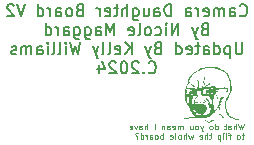
<source format=gbr>
%TF.GenerationSoftware,KiCad,Pcbnew,8.0.2-1*%
%TF.CreationDate,2024-09-19T23:42:55+01:00*%
%TF.ProjectId,camera_v2a,63616d65-7261-45f7-9632-612e6b696361,rev?*%
%TF.SameCoordinates,Original*%
%TF.FileFunction,Legend,Bot*%
%TF.FilePolarity,Positive*%
%FSLAX46Y46*%
G04 Gerber Fmt 4.6, Leading zero omitted, Abs format (unit mm)*
G04 Created by KiCad (PCBNEW 8.0.2-1) date 2024-09-19 23:42:55*
%MOMM*%
%LPD*%
G01*
G04 APERTURE LIST*
%ADD10C,0.100000*%
%ADD11C,0.150000*%
%ADD12C,0.000000*%
%ADD13R,1.700000X1.700000*%
%ADD14O,1.700000X1.700000*%
G04 APERTURE END LIST*
D10*
X167662782Y-118628637D02*
X167543734Y-119128637D01*
X167543734Y-119128637D02*
X167448496Y-118771494D01*
X167448496Y-118771494D02*
X167353258Y-119128637D01*
X167353258Y-119128637D02*
X167234211Y-118628637D01*
X167043734Y-119128637D02*
X167043734Y-118628637D01*
X166829448Y-119128637D02*
X166829448Y-118866732D01*
X166829448Y-118866732D02*
X166853258Y-118819113D01*
X166853258Y-118819113D02*
X166900877Y-118795304D01*
X166900877Y-118795304D02*
X166972305Y-118795304D01*
X166972305Y-118795304D02*
X167019924Y-118819113D01*
X167019924Y-118819113D02*
X167043734Y-118842923D01*
X166377067Y-119128637D02*
X166377067Y-118866732D01*
X166377067Y-118866732D02*
X166400877Y-118819113D01*
X166400877Y-118819113D02*
X166448496Y-118795304D01*
X166448496Y-118795304D02*
X166543734Y-118795304D01*
X166543734Y-118795304D02*
X166591353Y-118819113D01*
X166377067Y-119104828D02*
X166424686Y-119128637D01*
X166424686Y-119128637D02*
X166543734Y-119128637D01*
X166543734Y-119128637D02*
X166591353Y-119104828D01*
X166591353Y-119104828D02*
X166615162Y-119057208D01*
X166615162Y-119057208D02*
X166615162Y-119009589D01*
X166615162Y-119009589D02*
X166591353Y-118961970D01*
X166591353Y-118961970D02*
X166543734Y-118938161D01*
X166543734Y-118938161D02*
X166424686Y-118938161D01*
X166424686Y-118938161D02*
X166377067Y-118914351D01*
X166210400Y-118795304D02*
X166019924Y-118795304D01*
X166138972Y-118628637D02*
X166138972Y-119057208D01*
X166138972Y-119057208D02*
X166115162Y-119104828D01*
X166115162Y-119104828D02*
X166067543Y-119128637D01*
X166067543Y-119128637D02*
X166019924Y-119128637D01*
X165258020Y-119128637D02*
X165258020Y-118628637D01*
X165258020Y-119104828D02*
X165305639Y-119128637D01*
X165305639Y-119128637D02*
X165400877Y-119128637D01*
X165400877Y-119128637D02*
X165448496Y-119104828D01*
X165448496Y-119104828D02*
X165472306Y-119081018D01*
X165472306Y-119081018D02*
X165496115Y-119033399D01*
X165496115Y-119033399D02*
X165496115Y-118890542D01*
X165496115Y-118890542D02*
X165472306Y-118842923D01*
X165472306Y-118842923D02*
X165448496Y-118819113D01*
X165448496Y-118819113D02*
X165400877Y-118795304D01*
X165400877Y-118795304D02*
X165305639Y-118795304D01*
X165305639Y-118795304D02*
X165258020Y-118819113D01*
X164948496Y-119128637D02*
X164996115Y-119104828D01*
X164996115Y-119104828D02*
X165019925Y-119081018D01*
X165019925Y-119081018D02*
X165043734Y-119033399D01*
X165043734Y-119033399D02*
X165043734Y-118890542D01*
X165043734Y-118890542D02*
X165019925Y-118842923D01*
X165019925Y-118842923D02*
X164996115Y-118819113D01*
X164996115Y-118819113D02*
X164948496Y-118795304D01*
X164948496Y-118795304D02*
X164877068Y-118795304D01*
X164877068Y-118795304D02*
X164829449Y-118819113D01*
X164829449Y-118819113D02*
X164805639Y-118842923D01*
X164805639Y-118842923D02*
X164781830Y-118890542D01*
X164781830Y-118890542D02*
X164781830Y-119033399D01*
X164781830Y-119033399D02*
X164805639Y-119081018D01*
X164805639Y-119081018D02*
X164829449Y-119104828D01*
X164829449Y-119104828D02*
X164877068Y-119128637D01*
X164877068Y-119128637D02*
X164948496Y-119128637D01*
X164234211Y-118795304D02*
X164115163Y-119128637D01*
X163996116Y-118795304D02*
X164115163Y-119128637D01*
X164115163Y-119128637D02*
X164162782Y-119247685D01*
X164162782Y-119247685D02*
X164186592Y-119271494D01*
X164186592Y-119271494D02*
X164234211Y-119295304D01*
X163734211Y-119128637D02*
X163781830Y-119104828D01*
X163781830Y-119104828D02*
X163805640Y-119081018D01*
X163805640Y-119081018D02*
X163829449Y-119033399D01*
X163829449Y-119033399D02*
X163829449Y-118890542D01*
X163829449Y-118890542D02*
X163805640Y-118842923D01*
X163805640Y-118842923D02*
X163781830Y-118819113D01*
X163781830Y-118819113D02*
X163734211Y-118795304D01*
X163734211Y-118795304D02*
X163662783Y-118795304D01*
X163662783Y-118795304D02*
X163615164Y-118819113D01*
X163615164Y-118819113D02*
X163591354Y-118842923D01*
X163591354Y-118842923D02*
X163567545Y-118890542D01*
X163567545Y-118890542D02*
X163567545Y-119033399D01*
X163567545Y-119033399D02*
X163591354Y-119081018D01*
X163591354Y-119081018D02*
X163615164Y-119104828D01*
X163615164Y-119104828D02*
X163662783Y-119128637D01*
X163662783Y-119128637D02*
X163734211Y-119128637D01*
X163138973Y-118795304D02*
X163138973Y-119128637D01*
X163353259Y-118795304D02*
X163353259Y-119057208D01*
X163353259Y-119057208D02*
X163329449Y-119104828D01*
X163329449Y-119104828D02*
X163281830Y-119128637D01*
X163281830Y-119128637D02*
X163210402Y-119128637D01*
X163210402Y-119128637D02*
X163162783Y-119104828D01*
X163162783Y-119104828D02*
X163138973Y-119081018D01*
X162519926Y-119128637D02*
X162519926Y-118795304D01*
X162519926Y-118842923D02*
X162496116Y-118819113D01*
X162496116Y-118819113D02*
X162448497Y-118795304D01*
X162448497Y-118795304D02*
X162377069Y-118795304D01*
X162377069Y-118795304D02*
X162329450Y-118819113D01*
X162329450Y-118819113D02*
X162305640Y-118866732D01*
X162305640Y-118866732D02*
X162305640Y-119128637D01*
X162305640Y-118866732D02*
X162281831Y-118819113D01*
X162281831Y-118819113D02*
X162234212Y-118795304D01*
X162234212Y-118795304D02*
X162162783Y-118795304D01*
X162162783Y-118795304D02*
X162115164Y-118819113D01*
X162115164Y-118819113D02*
X162091354Y-118866732D01*
X162091354Y-118866732D02*
X162091354Y-119128637D01*
X161662783Y-119104828D02*
X161710402Y-119128637D01*
X161710402Y-119128637D02*
X161805640Y-119128637D01*
X161805640Y-119128637D02*
X161853259Y-119104828D01*
X161853259Y-119104828D02*
X161877068Y-119057208D01*
X161877068Y-119057208D02*
X161877068Y-118866732D01*
X161877068Y-118866732D02*
X161853259Y-118819113D01*
X161853259Y-118819113D02*
X161805640Y-118795304D01*
X161805640Y-118795304D02*
X161710402Y-118795304D01*
X161710402Y-118795304D02*
X161662783Y-118819113D01*
X161662783Y-118819113D02*
X161638973Y-118866732D01*
X161638973Y-118866732D02*
X161638973Y-118914351D01*
X161638973Y-118914351D02*
X161877068Y-118961970D01*
X161210402Y-119128637D02*
X161210402Y-118866732D01*
X161210402Y-118866732D02*
X161234212Y-118819113D01*
X161234212Y-118819113D02*
X161281831Y-118795304D01*
X161281831Y-118795304D02*
X161377069Y-118795304D01*
X161377069Y-118795304D02*
X161424688Y-118819113D01*
X161210402Y-119104828D02*
X161258021Y-119128637D01*
X161258021Y-119128637D02*
X161377069Y-119128637D01*
X161377069Y-119128637D02*
X161424688Y-119104828D01*
X161424688Y-119104828D02*
X161448497Y-119057208D01*
X161448497Y-119057208D02*
X161448497Y-119009589D01*
X161448497Y-119009589D02*
X161424688Y-118961970D01*
X161424688Y-118961970D02*
X161377069Y-118938161D01*
X161377069Y-118938161D02*
X161258021Y-118938161D01*
X161258021Y-118938161D02*
X161210402Y-118914351D01*
X160972307Y-118795304D02*
X160972307Y-119128637D01*
X160972307Y-118842923D02*
X160948497Y-118819113D01*
X160948497Y-118819113D02*
X160900878Y-118795304D01*
X160900878Y-118795304D02*
X160829450Y-118795304D01*
X160829450Y-118795304D02*
X160781831Y-118819113D01*
X160781831Y-118819113D02*
X160758021Y-118866732D01*
X160758021Y-118866732D02*
X160758021Y-119128637D01*
X160138974Y-119128637D02*
X160138974Y-118628637D01*
X159519927Y-119128637D02*
X159519927Y-118628637D01*
X159305641Y-119128637D02*
X159305641Y-118866732D01*
X159305641Y-118866732D02*
X159329451Y-118819113D01*
X159329451Y-118819113D02*
X159377070Y-118795304D01*
X159377070Y-118795304D02*
X159448498Y-118795304D01*
X159448498Y-118795304D02*
X159496117Y-118819113D01*
X159496117Y-118819113D02*
X159519927Y-118842923D01*
X158853260Y-119128637D02*
X158853260Y-118866732D01*
X158853260Y-118866732D02*
X158877070Y-118819113D01*
X158877070Y-118819113D02*
X158924689Y-118795304D01*
X158924689Y-118795304D02*
X159019927Y-118795304D01*
X159019927Y-118795304D02*
X159067546Y-118819113D01*
X158853260Y-119104828D02*
X158900879Y-119128637D01*
X158900879Y-119128637D02*
X159019927Y-119128637D01*
X159019927Y-119128637D02*
X159067546Y-119104828D01*
X159067546Y-119104828D02*
X159091355Y-119057208D01*
X159091355Y-119057208D02*
X159091355Y-119009589D01*
X159091355Y-119009589D02*
X159067546Y-118961970D01*
X159067546Y-118961970D02*
X159019927Y-118938161D01*
X159019927Y-118938161D02*
X158900879Y-118938161D01*
X158900879Y-118938161D02*
X158853260Y-118914351D01*
X158662784Y-118795304D02*
X158543736Y-119128637D01*
X158543736Y-119128637D02*
X158424689Y-118795304D01*
X158043737Y-119104828D02*
X158091356Y-119128637D01*
X158091356Y-119128637D02*
X158186594Y-119128637D01*
X158186594Y-119128637D02*
X158234213Y-119104828D01*
X158234213Y-119104828D02*
X158258022Y-119057208D01*
X158258022Y-119057208D02*
X158258022Y-118866732D01*
X158258022Y-118866732D02*
X158234213Y-118819113D01*
X158234213Y-118819113D02*
X158186594Y-118795304D01*
X158186594Y-118795304D02*
X158091356Y-118795304D01*
X158091356Y-118795304D02*
X158043737Y-118819113D01*
X158043737Y-118819113D02*
X158019927Y-118866732D01*
X158019927Y-118866732D02*
X158019927Y-118914351D01*
X158019927Y-118914351D02*
X158258022Y-118961970D01*
X167686591Y-119600276D02*
X167496115Y-119600276D01*
X167615163Y-119433609D02*
X167615163Y-119862180D01*
X167615163Y-119862180D02*
X167591353Y-119909800D01*
X167591353Y-119909800D02*
X167543734Y-119933609D01*
X167543734Y-119933609D02*
X167496115Y-119933609D01*
X167258020Y-119933609D02*
X167305639Y-119909800D01*
X167305639Y-119909800D02*
X167329449Y-119885990D01*
X167329449Y-119885990D02*
X167353258Y-119838371D01*
X167353258Y-119838371D02*
X167353258Y-119695514D01*
X167353258Y-119695514D02*
X167329449Y-119647895D01*
X167329449Y-119647895D02*
X167305639Y-119624085D01*
X167305639Y-119624085D02*
X167258020Y-119600276D01*
X167258020Y-119600276D02*
X167186592Y-119600276D01*
X167186592Y-119600276D02*
X167138973Y-119624085D01*
X167138973Y-119624085D02*
X167115163Y-119647895D01*
X167115163Y-119647895D02*
X167091354Y-119695514D01*
X167091354Y-119695514D02*
X167091354Y-119838371D01*
X167091354Y-119838371D02*
X167115163Y-119885990D01*
X167115163Y-119885990D02*
X167138973Y-119909800D01*
X167138973Y-119909800D02*
X167186592Y-119933609D01*
X167186592Y-119933609D02*
X167258020Y-119933609D01*
X166567544Y-119600276D02*
X166377068Y-119600276D01*
X166496116Y-119933609D02*
X166496116Y-119505038D01*
X166496116Y-119505038D02*
X166472306Y-119457419D01*
X166472306Y-119457419D02*
X166424687Y-119433609D01*
X166424687Y-119433609D02*
X166377068Y-119433609D01*
X166138973Y-119933609D02*
X166186592Y-119909800D01*
X166186592Y-119909800D02*
X166210402Y-119862180D01*
X166210402Y-119862180D02*
X166210402Y-119433609D01*
X165948497Y-119933609D02*
X165948497Y-119600276D01*
X165948497Y-119433609D02*
X165972306Y-119457419D01*
X165972306Y-119457419D02*
X165948497Y-119481228D01*
X165948497Y-119481228D02*
X165924687Y-119457419D01*
X165924687Y-119457419D02*
X165948497Y-119433609D01*
X165948497Y-119433609D02*
X165948497Y-119481228D01*
X165710402Y-119600276D02*
X165710402Y-120100276D01*
X165710402Y-119624085D02*
X165662783Y-119600276D01*
X165662783Y-119600276D02*
X165567545Y-119600276D01*
X165567545Y-119600276D02*
X165519926Y-119624085D01*
X165519926Y-119624085D02*
X165496116Y-119647895D01*
X165496116Y-119647895D02*
X165472307Y-119695514D01*
X165472307Y-119695514D02*
X165472307Y-119838371D01*
X165472307Y-119838371D02*
X165496116Y-119885990D01*
X165496116Y-119885990D02*
X165519926Y-119909800D01*
X165519926Y-119909800D02*
X165567545Y-119933609D01*
X165567545Y-119933609D02*
X165662783Y-119933609D01*
X165662783Y-119933609D02*
X165710402Y-119909800D01*
X164948497Y-119600276D02*
X164758021Y-119600276D01*
X164877069Y-119433609D02*
X164877069Y-119862180D01*
X164877069Y-119862180D02*
X164853259Y-119909800D01*
X164853259Y-119909800D02*
X164805640Y-119933609D01*
X164805640Y-119933609D02*
X164758021Y-119933609D01*
X164591355Y-119933609D02*
X164591355Y-119433609D01*
X164377069Y-119933609D02*
X164377069Y-119671704D01*
X164377069Y-119671704D02*
X164400879Y-119624085D01*
X164400879Y-119624085D02*
X164448498Y-119600276D01*
X164448498Y-119600276D02*
X164519926Y-119600276D01*
X164519926Y-119600276D02*
X164567545Y-119624085D01*
X164567545Y-119624085D02*
X164591355Y-119647895D01*
X163948498Y-119909800D02*
X163996117Y-119933609D01*
X163996117Y-119933609D02*
X164091355Y-119933609D01*
X164091355Y-119933609D02*
X164138974Y-119909800D01*
X164138974Y-119909800D02*
X164162783Y-119862180D01*
X164162783Y-119862180D02*
X164162783Y-119671704D01*
X164162783Y-119671704D02*
X164138974Y-119624085D01*
X164138974Y-119624085D02*
X164091355Y-119600276D01*
X164091355Y-119600276D02*
X163996117Y-119600276D01*
X163996117Y-119600276D02*
X163948498Y-119624085D01*
X163948498Y-119624085D02*
X163924688Y-119671704D01*
X163924688Y-119671704D02*
X163924688Y-119719323D01*
X163924688Y-119719323D02*
X164162783Y-119766942D01*
X163377070Y-119600276D02*
X163281832Y-119933609D01*
X163281832Y-119933609D02*
X163186594Y-119695514D01*
X163186594Y-119695514D02*
X163091356Y-119933609D01*
X163091356Y-119933609D02*
X162996118Y-119600276D01*
X162805641Y-119933609D02*
X162805641Y-119433609D01*
X162591355Y-119933609D02*
X162591355Y-119671704D01*
X162591355Y-119671704D02*
X162615165Y-119624085D01*
X162615165Y-119624085D02*
X162662784Y-119600276D01*
X162662784Y-119600276D02*
X162734212Y-119600276D01*
X162734212Y-119600276D02*
X162781831Y-119624085D01*
X162781831Y-119624085D02*
X162805641Y-119647895D01*
X162281831Y-119933609D02*
X162329450Y-119909800D01*
X162329450Y-119909800D02*
X162353260Y-119885990D01*
X162353260Y-119885990D02*
X162377069Y-119838371D01*
X162377069Y-119838371D02*
X162377069Y-119695514D01*
X162377069Y-119695514D02*
X162353260Y-119647895D01*
X162353260Y-119647895D02*
X162329450Y-119624085D01*
X162329450Y-119624085D02*
X162281831Y-119600276D01*
X162281831Y-119600276D02*
X162210403Y-119600276D01*
X162210403Y-119600276D02*
X162162784Y-119624085D01*
X162162784Y-119624085D02*
X162138974Y-119647895D01*
X162138974Y-119647895D02*
X162115165Y-119695514D01*
X162115165Y-119695514D02*
X162115165Y-119838371D01*
X162115165Y-119838371D02*
X162138974Y-119885990D01*
X162138974Y-119885990D02*
X162162784Y-119909800D01*
X162162784Y-119909800D02*
X162210403Y-119933609D01*
X162210403Y-119933609D02*
X162281831Y-119933609D01*
X161829450Y-119933609D02*
X161877069Y-119909800D01*
X161877069Y-119909800D02*
X161900879Y-119862180D01*
X161900879Y-119862180D02*
X161900879Y-119433609D01*
X161448498Y-119909800D02*
X161496117Y-119933609D01*
X161496117Y-119933609D02*
X161591355Y-119933609D01*
X161591355Y-119933609D02*
X161638974Y-119909800D01*
X161638974Y-119909800D02*
X161662783Y-119862180D01*
X161662783Y-119862180D02*
X161662783Y-119671704D01*
X161662783Y-119671704D02*
X161638974Y-119624085D01*
X161638974Y-119624085D02*
X161591355Y-119600276D01*
X161591355Y-119600276D02*
X161496117Y-119600276D01*
X161496117Y-119600276D02*
X161448498Y-119624085D01*
X161448498Y-119624085D02*
X161424688Y-119671704D01*
X161424688Y-119671704D02*
X161424688Y-119719323D01*
X161424688Y-119719323D02*
X161662783Y-119766942D01*
X160829451Y-119933609D02*
X160829451Y-119433609D01*
X160829451Y-119624085D02*
X160781832Y-119600276D01*
X160781832Y-119600276D02*
X160686594Y-119600276D01*
X160686594Y-119600276D02*
X160638975Y-119624085D01*
X160638975Y-119624085D02*
X160615165Y-119647895D01*
X160615165Y-119647895D02*
X160591356Y-119695514D01*
X160591356Y-119695514D02*
X160591356Y-119838371D01*
X160591356Y-119838371D02*
X160615165Y-119885990D01*
X160615165Y-119885990D02*
X160638975Y-119909800D01*
X160638975Y-119909800D02*
X160686594Y-119933609D01*
X160686594Y-119933609D02*
X160781832Y-119933609D01*
X160781832Y-119933609D02*
X160829451Y-119909800D01*
X160305641Y-119933609D02*
X160353260Y-119909800D01*
X160353260Y-119909800D02*
X160377070Y-119885990D01*
X160377070Y-119885990D02*
X160400879Y-119838371D01*
X160400879Y-119838371D02*
X160400879Y-119695514D01*
X160400879Y-119695514D02*
X160377070Y-119647895D01*
X160377070Y-119647895D02*
X160353260Y-119624085D01*
X160353260Y-119624085D02*
X160305641Y-119600276D01*
X160305641Y-119600276D02*
X160234213Y-119600276D01*
X160234213Y-119600276D02*
X160186594Y-119624085D01*
X160186594Y-119624085D02*
X160162784Y-119647895D01*
X160162784Y-119647895D02*
X160138975Y-119695514D01*
X160138975Y-119695514D02*
X160138975Y-119838371D01*
X160138975Y-119838371D02*
X160162784Y-119885990D01*
X160162784Y-119885990D02*
X160186594Y-119909800D01*
X160186594Y-119909800D02*
X160234213Y-119933609D01*
X160234213Y-119933609D02*
X160305641Y-119933609D01*
X159710403Y-119933609D02*
X159710403Y-119671704D01*
X159710403Y-119671704D02*
X159734213Y-119624085D01*
X159734213Y-119624085D02*
X159781832Y-119600276D01*
X159781832Y-119600276D02*
X159877070Y-119600276D01*
X159877070Y-119600276D02*
X159924689Y-119624085D01*
X159710403Y-119909800D02*
X159758022Y-119933609D01*
X159758022Y-119933609D02*
X159877070Y-119933609D01*
X159877070Y-119933609D02*
X159924689Y-119909800D01*
X159924689Y-119909800D02*
X159948498Y-119862180D01*
X159948498Y-119862180D02*
X159948498Y-119814561D01*
X159948498Y-119814561D02*
X159924689Y-119766942D01*
X159924689Y-119766942D02*
X159877070Y-119743133D01*
X159877070Y-119743133D02*
X159758022Y-119743133D01*
X159758022Y-119743133D02*
X159710403Y-119719323D01*
X159472308Y-119933609D02*
X159472308Y-119600276D01*
X159472308Y-119695514D02*
X159448498Y-119647895D01*
X159448498Y-119647895D02*
X159424689Y-119624085D01*
X159424689Y-119624085D02*
X159377070Y-119600276D01*
X159377070Y-119600276D02*
X159329451Y-119600276D01*
X158948498Y-119933609D02*
X158948498Y-119433609D01*
X158948498Y-119909800D02*
X158996117Y-119933609D01*
X158996117Y-119933609D02*
X159091355Y-119933609D01*
X159091355Y-119933609D02*
X159138974Y-119909800D01*
X159138974Y-119909800D02*
X159162784Y-119885990D01*
X159162784Y-119885990D02*
X159186593Y-119838371D01*
X159186593Y-119838371D02*
X159186593Y-119695514D01*
X159186593Y-119695514D02*
X159162784Y-119647895D01*
X159162784Y-119647895D02*
X159138974Y-119624085D01*
X159138974Y-119624085D02*
X159091355Y-119600276D01*
X159091355Y-119600276D02*
X158996117Y-119600276D01*
X158996117Y-119600276D02*
X158948498Y-119624085D01*
X158638974Y-119885990D02*
X158615165Y-119909800D01*
X158615165Y-119909800D02*
X158638974Y-119933609D01*
X158638974Y-119933609D02*
X158662784Y-119909800D01*
X158662784Y-119909800D02*
X158638974Y-119885990D01*
X158638974Y-119885990D02*
X158638974Y-119933609D01*
X158734212Y-119457419D02*
X158686593Y-119433609D01*
X158686593Y-119433609D02*
X158567546Y-119433609D01*
X158567546Y-119433609D02*
X158519927Y-119457419D01*
X158519927Y-119457419D02*
X158496117Y-119505038D01*
X158496117Y-119505038D02*
X158496117Y-119552657D01*
X158496117Y-119552657D02*
X158519927Y-119600276D01*
X158519927Y-119600276D02*
X158543736Y-119624085D01*
X158543736Y-119624085D02*
X158591355Y-119647895D01*
X158591355Y-119647895D02*
X158615165Y-119671704D01*
X158615165Y-119671704D02*
X158638974Y-119719323D01*
X158638974Y-119719323D02*
X158638974Y-119743133D01*
D11*
X167347620Y-109444748D02*
X167395239Y-109492368D01*
X167395239Y-109492368D02*
X167538096Y-109539987D01*
X167538096Y-109539987D02*
X167633334Y-109539987D01*
X167633334Y-109539987D02*
X167776191Y-109492368D01*
X167776191Y-109492368D02*
X167871429Y-109397129D01*
X167871429Y-109397129D02*
X167919048Y-109301891D01*
X167919048Y-109301891D02*
X167966667Y-109111415D01*
X167966667Y-109111415D02*
X167966667Y-108968558D01*
X167966667Y-108968558D02*
X167919048Y-108778082D01*
X167919048Y-108778082D02*
X167871429Y-108682844D01*
X167871429Y-108682844D02*
X167776191Y-108587606D01*
X167776191Y-108587606D02*
X167633334Y-108539987D01*
X167633334Y-108539987D02*
X167538096Y-108539987D01*
X167538096Y-108539987D02*
X167395239Y-108587606D01*
X167395239Y-108587606D02*
X167347620Y-108635225D01*
X166490477Y-109539987D02*
X166490477Y-109016177D01*
X166490477Y-109016177D02*
X166538096Y-108920939D01*
X166538096Y-108920939D02*
X166633334Y-108873320D01*
X166633334Y-108873320D02*
X166823810Y-108873320D01*
X166823810Y-108873320D02*
X166919048Y-108920939D01*
X166490477Y-109492368D02*
X166585715Y-109539987D01*
X166585715Y-109539987D02*
X166823810Y-109539987D01*
X166823810Y-109539987D02*
X166919048Y-109492368D01*
X166919048Y-109492368D02*
X166966667Y-109397129D01*
X166966667Y-109397129D02*
X166966667Y-109301891D01*
X166966667Y-109301891D02*
X166919048Y-109206653D01*
X166919048Y-109206653D02*
X166823810Y-109159034D01*
X166823810Y-109159034D02*
X166585715Y-109159034D01*
X166585715Y-109159034D02*
X166490477Y-109111415D01*
X166014286Y-109539987D02*
X166014286Y-108873320D01*
X166014286Y-108968558D02*
X165966667Y-108920939D01*
X165966667Y-108920939D02*
X165871429Y-108873320D01*
X165871429Y-108873320D02*
X165728572Y-108873320D01*
X165728572Y-108873320D02*
X165633334Y-108920939D01*
X165633334Y-108920939D02*
X165585715Y-109016177D01*
X165585715Y-109016177D02*
X165585715Y-109539987D01*
X165585715Y-109016177D02*
X165538096Y-108920939D01*
X165538096Y-108920939D02*
X165442858Y-108873320D01*
X165442858Y-108873320D02*
X165300001Y-108873320D01*
X165300001Y-108873320D02*
X165204762Y-108920939D01*
X165204762Y-108920939D02*
X165157143Y-109016177D01*
X165157143Y-109016177D02*
X165157143Y-109539987D01*
X164300001Y-109492368D02*
X164395239Y-109539987D01*
X164395239Y-109539987D02*
X164585715Y-109539987D01*
X164585715Y-109539987D02*
X164680953Y-109492368D01*
X164680953Y-109492368D02*
X164728572Y-109397129D01*
X164728572Y-109397129D02*
X164728572Y-109016177D01*
X164728572Y-109016177D02*
X164680953Y-108920939D01*
X164680953Y-108920939D02*
X164585715Y-108873320D01*
X164585715Y-108873320D02*
X164395239Y-108873320D01*
X164395239Y-108873320D02*
X164300001Y-108920939D01*
X164300001Y-108920939D02*
X164252382Y-109016177D01*
X164252382Y-109016177D02*
X164252382Y-109111415D01*
X164252382Y-109111415D02*
X164728572Y-109206653D01*
X163823810Y-109539987D02*
X163823810Y-108873320D01*
X163823810Y-109063796D02*
X163776191Y-108968558D01*
X163776191Y-108968558D02*
X163728572Y-108920939D01*
X163728572Y-108920939D02*
X163633334Y-108873320D01*
X163633334Y-108873320D02*
X163538096Y-108873320D01*
X162776191Y-109539987D02*
X162776191Y-109016177D01*
X162776191Y-109016177D02*
X162823810Y-108920939D01*
X162823810Y-108920939D02*
X162919048Y-108873320D01*
X162919048Y-108873320D02*
X163109524Y-108873320D01*
X163109524Y-108873320D02*
X163204762Y-108920939D01*
X162776191Y-109492368D02*
X162871429Y-109539987D01*
X162871429Y-109539987D02*
X163109524Y-109539987D01*
X163109524Y-109539987D02*
X163204762Y-109492368D01*
X163204762Y-109492368D02*
X163252381Y-109397129D01*
X163252381Y-109397129D02*
X163252381Y-109301891D01*
X163252381Y-109301891D02*
X163204762Y-109206653D01*
X163204762Y-109206653D02*
X163109524Y-109159034D01*
X163109524Y-109159034D02*
X162871429Y-109159034D01*
X162871429Y-109159034D02*
X162776191Y-109111415D01*
X161538095Y-109539987D02*
X161538095Y-108539987D01*
X161538095Y-108539987D02*
X161300000Y-108539987D01*
X161300000Y-108539987D02*
X161157143Y-108587606D01*
X161157143Y-108587606D02*
X161061905Y-108682844D01*
X161061905Y-108682844D02*
X161014286Y-108778082D01*
X161014286Y-108778082D02*
X160966667Y-108968558D01*
X160966667Y-108968558D02*
X160966667Y-109111415D01*
X160966667Y-109111415D02*
X161014286Y-109301891D01*
X161014286Y-109301891D02*
X161061905Y-109397129D01*
X161061905Y-109397129D02*
X161157143Y-109492368D01*
X161157143Y-109492368D02*
X161300000Y-109539987D01*
X161300000Y-109539987D02*
X161538095Y-109539987D01*
X160109524Y-109539987D02*
X160109524Y-109016177D01*
X160109524Y-109016177D02*
X160157143Y-108920939D01*
X160157143Y-108920939D02*
X160252381Y-108873320D01*
X160252381Y-108873320D02*
X160442857Y-108873320D01*
X160442857Y-108873320D02*
X160538095Y-108920939D01*
X160109524Y-109492368D02*
X160204762Y-109539987D01*
X160204762Y-109539987D02*
X160442857Y-109539987D01*
X160442857Y-109539987D02*
X160538095Y-109492368D01*
X160538095Y-109492368D02*
X160585714Y-109397129D01*
X160585714Y-109397129D02*
X160585714Y-109301891D01*
X160585714Y-109301891D02*
X160538095Y-109206653D01*
X160538095Y-109206653D02*
X160442857Y-109159034D01*
X160442857Y-109159034D02*
X160204762Y-109159034D01*
X160204762Y-109159034D02*
X160109524Y-109111415D01*
X159204762Y-108873320D02*
X159204762Y-109539987D01*
X159633333Y-108873320D02*
X159633333Y-109397129D01*
X159633333Y-109397129D02*
X159585714Y-109492368D01*
X159585714Y-109492368D02*
X159490476Y-109539987D01*
X159490476Y-109539987D02*
X159347619Y-109539987D01*
X159347619Y-109539987D02*
X159252381Y-109492368D01*
X159252381Y-109492368D02*
X159204762Y-109444748D01*
X158300000Y-108873320D02*
X158300000Y-109682844D01*
X158300000Y-109682844D02*
X158347619Y-109778082D01*
X158347619Y-109778082D02*
X158395238Y-109825701D01*
X158395238Y-109825701D02*
X158490476Y-109873320D01*
X158490476Y-109873320D02*
X158633333Y-109873320D01*
X158633333Y-109873320D02*
X158728571Y-109825701D01*
X158300000Y-109492368D02*
X158395238Y-109539987D01*
X158395238Y-109539987D02*
X158585714Y-109539987D01*
X158585714Y-109539987D02*
X158680952Y-109492368D01*
X158680952Y-109492368D02*
X158728571Y-109444748D01*
X158728571Y-109444748D02*
X158776190Y-109349510D01*
X158776190Y-109349510D02*
X158776190Y-109063796D01*
X158776190Y-109063796D02*
X158728571Y-108968558D01*
X158728571Y-108968558D02*
X158680952Y-108920939D01*
X158680952Y-108920939D02*
X158585714Y-108873320D01*
X158585714Y-108873320D02*
X158395238Y-108873320D01*
X158395238Y-108873320D02*
X158300000Y-108920939D01*
X157823809Y-109539987D02*
X157823809Y-108539987D01*
X157395238Y-109539987D02*
X157395238Y-109016177D01*
X157395238Y-109016177D02*
X157442857Y-108920939D01*
X157442857Y-108920939D02*
X157538095Y-108873320D01*
X157538095Y-108873320D02*
X157680952Y-108873320D01*
X157680952Y-108873320D02*
X157776190Y-108920939D01*
X157776190Y-108920939D02*
X157823809Y-108968558D01*
X157061904Y-108873320D02*
X156680952Y-108873320D01*
X156919047Y-108539987D02*
X156919047Y-109397129D01*
X156919047Y-109397129D02*
X156871428Y-109492368D01*
X156871428Y-109492368D02*
X156776190Y-109539987D01*
X156776190Y-109539987D02*
X156680952Y-109539987D01*
X155966666Y-109492368D02*
X156061904Y-109539987D01*
X156061904Y-109539987D02*
X156252380Y-109539987D01*
X156252380Y-109539987D02*
X156347618Y-109492368D01*
X156347618Y-109492368D02*
X156395237Y-109397129D01*
X156395237Y-109397129D02*
X156395237Y-109016177D01*
X156395237Y-109016177D02*
X156347618Y-108920939D01*
X156347618Y-108920939D02*
X156252380Y-108873320D01*
X156252380Y-108873320D02*
X156061904Y-108873320D01*
X156061904Y-108873320D02*
X155966666Y-108920939D01*
X155966666Y-108920939D02*
X155919047Y-109016177D01*
X155919047Y-109016177D02*
X155919047Y-109111415D01*
X155919047Y-109111415D02*
X156395237Y-109206653D01*
X155490475Y-109539987D02*
X155490475Y-108873320D01*
X155490475Y-109063796D02*
X155442856Y-108968558D01*
X155442856Y-108968558D02*
X155395237Y-108920939D01*
X155395237Y-108920939D02*
X155299999Y-108873320D01*
X155299999Y-108873320D02*
X155204761Y-108873320D01*
X153776189Y-109016177D02*
X153633332Y-109063796D01*
X153633332Y-109063796D02*
X153585713Y-109111415D01*
X153585713Y-109111415D02*
X153538094Y-109206653D01*
X153538094Y-109206653D02*
X153538094Y-109349510D01*
X153538094Y-109349510D02*
X153585713Y-109444748D01*
X153585713Y-109444748D02*
X153633332Y-109492368D01*
X153633332Y-109492368D02*
X153728570Y-109539987D01*
X153728570Y-109539987D02*
X154109522Y-109539987D01*
X154109522Y-109539987D02*
X154109522Y-108539987D01*
X154109522Y-108539987D02*
X153776189Y-108539987D01*
X153776189Y-108539987D02*
X153680951Y-108587606D01*
X153680951Y-108587606D02*
X153633332Y-108635225D01*
X153633332Y-108635225D02*
X153585713Y-108730463D01*
X153585713Y-108730463D02*
X153585713Y-108825701D01*
X153585713Y-108825701D02*
X153633332Y-108920939D01*
X153633332Y-108920939D02*
X153680951Y-108968558D01*
X153680951Y-108968558D02*
X153776189Y-109016177D01*
X153776189Y-109016177D02*
X154109522Y-109016177D01*
X152966665Y-109539987D02*
X153061903Y-109492368D01*
X153061903Y-109492368D02*
X153109522Y-109444748D01*
X153109522Y-109444748D02*
X153157141Y-109349510D01*
X153157141Y-109349510D02*
X153157141Y-109063796D01*
X153157141Y-109063796D02*
X153109522Y-108968558D01*
X153109522Y-108968558D02*
X153061903Y-108920939D01*
X153061903Y-108920939D02*
X152966665Y-108873320D01*
X152966665Y-108873320D02*
X152823808Y-108873320D01*
X152823808Y-108873320D02*
X152728570Y-108920939D01*
X152728570Y-108920939D02*
X152680951Y-108968558D01*
X152680951Y-108968558D02*
X152633332Y-109063796D01*
X152633332Y-109063796D02*
X152633332Y-109349510D01*
X152633332Y-109349510D02*
X152680951Y-109444748D01*
X152680951Y-109444748D02*
X152728570Y-109492368D01*
X152728570Y-109492368D02*
X152823808Y-109539987D01*
X152823808Y-109539987D02*
X152966665Y-109539987D01*
X151776189Y-109539987D02*
X151776189Y-109016177D01*
X151776189Y-109016177D02*
X151823808Y-108920939D01*
X151823808Y-108920939D02*
X151919046Y-108873320D01*
X151919046Y-108873320D02*
X152109522Y-108873320D01*
X152109522Y-108873320D02*
X152204760Y-108920939D01*
X151776189Y-109492368D02*
X151871427Y-109539987D01*
X151871427Y-109539987D02*
X152109522Y-109539987D01*
X152109522Y-109539987D02*
X152204760Y-109492368D01*
X152204760Y-109492368D02*
X152252379Y-109397129D01*
X152252379Y-109397129D02*
X152252379Y-109301891D01*
X152252379Y-109301891D02*
X152204760Y-109206653D01*
X152204760Y-109206653D02*
X152109522Y-109159034D01*
X152109522Y-109159034D02*
X151871427Y-109159034D01*
X151871427Y-109159034D02*
X151776189Y-109111415D01*
X151299998Y-109539987D02*
X151299998Y-108873320D01*
X151299998Y-109063796D02*
X151252379Y-108968558D01*
X151252379Y-108968558D02*
X151204760Y-108920939D01*
X151204760Y-108920939D02*
X151109522Y-108873320D01*
X151109522Y-108873320D02*
X151014284Y-108873320D01*
X150252379Y-109539987D02*
X150252379Y-108539987D01*
X150252379Y-109492368D02*
X150347617Y-109539987D01*
X150347617Y-109539987D02*
X150538093Y-109539987D01*
X150538093Y-109539987D02*
X150633331Y-109492368D01*
X150633331Y-109492368D02*
X150680950Y-109444748D01*
X150680950Y-109444748D02*
X150728569Y-109349510D01*
X150728569Y-109349510D02*
X150728569Y-109063796D01*
X150728569Y-109063796D02*
X150680950Y-108968558D01*
X150680950Y-108968558D02*
X150633331Y-108920939D01*
X150633331Y-108920939D02*
X150538093Y-108873320D01*
X150538093Y-108873320D02*
X150347617Y-108873320D01*
X150347617Y-108873320D02*
X150252379Y-108920939D01*
X149157140Y-108539987D02*
X148823807Y-109539987D01*
X148823807Y-109539987D02*
X148490474Y-108539987D01*
X148204759Y-108635225D02*
X148157140Y-108587606D01*
X148157140Y-108587606D02*
X148061902Y-108539987D01*
X148061902Y-108539987D02*
X147823807Y-108539987D01*
X147823807Y-108539987D02*
X147728569Y-108587606D01*
X147728569Y-108587606D02*
X147680950Y-108635225D01*
X147680950Y-108635225D02*
X147633331Y-108730463D01*
X147633331Y-108730463D02*
X147633331Y-108825701D01*
X147633331Y-108825701D02*
X147680950Y-108968558D01*
X147680950Y-108968558D02*
X148252378Y-109539987D01*
X148252378Y-109539987D02*
X147633331Y-109539987D01*
X164347619Y-110626121D02*
X164204762Y-110673740D01*
X164204762Y-110673740D02*
X164157143Y-110721359D01*
X164157143Y-110721359D02*
X164109524Y-110816597D01*
X164109524Y-110816597D02*
X164109524Y-110959454D01*
X164109524Y-110959454D02*
X164157143Y-111054692D01*
X164157143Y-111054692D02*
X164204762Y-111102312D01*
X164204762Y-111102312D02*
X164300000Y-111149931D01*
X164300000Y-111149931D02*
X164680952Y-111149931D01*
X164680952Y-111149931D02*
X164680952Y-110149931D01*
X164680952Y-110149931D02*
X164347619Y-110149931D01*
X164347619Y-110149931D02*
X164252381Y-110197550D01*
X164252381Y-110197550D02*
X164204762Y-110245169D01*
X164204762Y-110245169D02*
X164157143Y-110340407D01*
X164157143Y-110340407D02*
X164157143Y-110435645D01*
X164157143Y-110435645D02*
X164204762Y-110530883D01*
X164204762Y-110530883D02*
X164252381Y-110578502D01*
X164252381Y-110578502D02*
X164347619Y-110626121D01*
X164347619Y-110626121D02*
X164680952Y-110626121D01*
X163776190Y-110483264D02*
X163538095Y-111149931D01*
X163300000Y-110483264D02*
X163538095Y-111149931D01*
X163538095Y-111149931D02*
X163633333Y-111388026D01*
X163633333Y-111388026D02*
X163680952Y-111435645D01*
X163680952Y-111435645D02*
X163776190Y-111483264D01*
X162157142Y-111149931D02*
X162157142Y-110149931D01*
X162157142Y-110149931D02*
X161585714Y-111149931D01*
X161585714Y-111149931D02*
X161585714Y-110149931D01*
X161109523Y-111149931D02*
X161109523Y-110483264D01*
X161109523Y-110149931D02*
X161157142Y-110197550D01*
X161157142Y-110197550D02*
X161109523Y-110245169D01*
X161109523Y-110245169D02*
X161061904Y-110197550D01*
X161061904Y-110197550D02*
X161109523Y-110149931D01*
X161109523Y-110149931D02*
X161109523Y-110245169D01*
X160204762Y-111102312D02*
X160300000Y-111149931D01*
X160300000Y-111149931D02*
X160490476Y-111149931D01*
X160490476Y-111149931D02*
X160585714Y-111102312D01*
X160585714Y-111102312D02*
X160633333Y-111054692D01*
X160633333Y-111054692D02*
X160680952Y-110959454D01*
X160680952Y-110959454D02*
X160680952Y-110673740D01*
X160680952Y-110673740D02*
X160633333Y-110578502D01*
X160633333Y-110578502D02*
X160585714Y-110530883D01*
X160585714Y-110530883D02*
X160490476Y-110483264D01*
X160490476Y-110483264D02*
X160300000Y-110483264D01*
X160300000Y-110483264D02*
X160204762Y-110530883D01*
X159633333Y-111149931D02*
X159728571Y-111102312D01*
X159728571Y-111102312D02*
X159776190Y-111054692D01*
X159776190Y-111054692D02*
X159823809Y-110959454D01*
X159823809Y-110959454D02*
X159823809Y-110673740D01*
X159823809Y-110673740D02*
X159776190Y-110578502D01*
X159776190Y-110578502D02*
X159728571Y-110530883D01*
X159728571Y-110530883D02*
X159633333Y-110483264D01*
X159633333Y-110483264D02*
X159490476Y-110483264D01*
X159490476Y-110483264D02*
X159395238Y-110530883D01*
X159395238Y-110530883D02*
X159347619Y-110578502D01*
X159347619Y-110578502D02*
X159300000Y-110673740D01*
X159300000Y-110673740D02*
X159300000Y-110959454D01*
X159300000Y-110959454D02*
X159347619Y-111054692D01*
X159347619Y-111054692D02*
X159395238Y-111102312D01*
X159395238Y-111102312D02*
X159490476Y-111149931D01*
X159490476Y-111149931D02*
X159633333Y-111149931D01*
X158728571Y-111149931D02*
X158823809Y-111102312D01*
X158823809Y-111102312D02*
X158871428Y-111007073D01*
X158871428Y-111007073D02*
X158871428Y-110149931D01*
X157966666Y-111102312D02*
X158061904Y-111149931D01*
X158061904Y-111149931D02*
X158252380Y-111149931D01*
X158252380Y-111149931D02*
X158347618Y-111102312D01*
X158347618Y-111102312D02*
X158395237Y-111007073D01*
X158395237Y-111007073D02*
X158395237Y-110626121D01*
X158395237Y-110626121D02*
X158347618Y-110530883D01*
X158347618Y-110530883D02*
X158252380Y-110483264D01*
X158252380Y-110483264D02*
X158061904Y-110483264D01*
X158061904Y-110483264D02*
X157966666Y-110530883D01*
X157966666Y-110530883D02*
X157919047Y-110626121D01*
X157919047Y-110626121D02*
X157919047Y-110721359D01*
X157919047Y-110721359D02*
X158395237Y-110816597D01*
X156728570Y-111149931D02*
X156728570Y-110149931D01*
X156728570Y-110149931D02*
X156395237Y-110864216D01*
X156395237Y-110864216D02*
X156061904Y-110149931D01*
X156061904Y-110149931D02*
X156061904Y-111149931D01*
X155157142Y-111149931D02*
X155157142Y-110626121D01*
X155157142Y-110626121D02*
X155204761Y-110530883D01*
X155204761Y-110530883D02*
X155299999Y-110483264D01*
X155299999Y-110483264D02*
X155490475Y-110483264D01*
X155490475Y-110483264D02*
X155585713Y-110530883D01*
X155157142Y-111102312D02*
X155252380Y-111149931D01*
X155252380Y-111149931D02*
X155490475Y-111149931D01*
X155490475Y-111149931D02*
X155585713Y-111102312D01*
X155585713Y-111102312D02*
X155633332Y-111007073D01*
X155633332Y-111007073D02*
X155633332Y-110911835D01*
X155633332Y-110911835D02*
X155585713Y-110816597D01*
X155585713Y-110816597D02*
X155490475Y-110768978D01*
X155490475Y-110768978D02*
X155252380Y-110768978D01*
X155252380Y-110768978D02*
X155157142Y-110721359D01*
X154252380Y-110483264D02*
X154252380Y-111292788D01*
X154252380Y-111292788D02*
X154299999Y-111388026D01*
X154299999Y-111388026D02*
X154347618Y-111435645D01*
X154347618Y-111435645D02*
X154442856Y-111483264D01*
X154442856Y-111483264D02*
X154585713Y-111483264D01*
X154585713Y-111483264D02*
X154680951Y-111435645D01*
X154252380Y-111102312D02*
X154347618Y-111149931D01*
X154347618Y-111149931D02*
X154538094Y-111149931D01*
X154538094Y-111149931D02*
X154633332Y-111102312D01*
X154633332Y-111102312D02*
X154680951Y-111054692D01*
X154680951Y-111054692D02*
X154728570Y-110959454D01*
X154728570Y-110959454D02*
X154728570Y-110673740D01*
X154728570Y-110673740D02*
X154680951Y-110578502D01*
X154680951Y-110578502D02*
X154633332Y-110530883D01*
X154633332Y-110530883D02*
X154538094Y-110483264D01*
X154538094Y-110483264D02*
X154347618Y-110483264D01*
X154347618Y-110483264D02*
X154252380Y-110530883D01*
X153347618Y-110483264D02*
X153347618Y-111292788D01*
X153347618Y-111292788D02*
X153395237Y-111388026D01*
X153395237Y-111388026D02*
X153442856Y-111435645D01*
X153442856Y-111435645D02*
X153538094Y-111483264D01*
X153538094Y-111483264D02*
X153680951Y-111483264D01*
X153680951Y-111483264D02*
X153776189Y-111435645D01*
X153347618Y-111102312D02*
X153442856Y-111149931D01*
X153442856Y-111149931D02*
X153633332Y-111149931D01*
X153633332Y-111149931D02*
X153728570Y-111102312D01*
X153728570Y-111102312D02*
X153776189Y-111054692D01*
X153776189Y-111054692D02*
X153823808Y-110959454D01*
X153823808Y-110959454D02*
X153823808Y-110673740D01*
X153823808Y-110673740D02*
X153776189Y-110578502D01*
X153776189Y-110578502D02*
X153728570Y-110530883D01*
X153728570Y-110530883D02*
X153633332Y-110483264D01*
X153633332Y-110483264D02*
X153442856Y-110483264D01*
X153442856Y-110483264D02*
X153347618Y-110530883D01*
X152442856Y-111149931D02*
X152442856Y-110626121D01*
X152442856Y-110626121D02*
X152490475Y-110530883D01*
X152490475Y-110530883D02*
X152585713Y-110483264D01*
X152585713Y-110483264D02*
X152776189Y-110483264D01*
X152776189Y-110483264D02*
X152871427Y-110530883D01*
X152442856Y-111102312D02*
X152538094Y-111149931D01*
X152538094Y-111149931D02*
X152776189Y-111149931D01*
X152776189Y-111149931D02*
X152871427Y-111102312D01*
X152871427Y-111102312D02*
X152919046Y-111007073D01*
X152919046Y-111007073D02*
X152919046Y-110911835D01*
X152919046Y-110911835D02*
X152871427Y-110816597D01*
X152871427Y-110816597D02*
X152776189Y-110768978D01*
X152776189Y-110768978D02*
X152538094Y-110768978D01*
X152538094Y-110768978D02*
X152442856Y-110721359D01*
X151966665Y-111149931D02*
X151966665Y-110483264D01*
X151966665Y-110673740D02*
X151919046Y-110578502D01*
X151919046Y-110578502D02*
X151871427Y-110530883D01*
X151871427Y-110530883D02*
X151776189Y-110483264D01*
X151776189Y-110483264D02*
X151680951Y-110483264D01*
X150919046Y-111149931D02*
X150919046Y-110149931D01*
X150919046Y-111102312D02*
X151014284Y-111149931D01*
X151014284Y-111149931D02*
X151204760Y-111149931D01*
X151204760Y-111149931D02*
X151299998Y-111102312D01*
X151299998Y-111102312D02*
X151347617Y-111054692D01*
X151347617Y-111054692D02*
X151395236Y-110959454D01*
X151395236Y-110959454D02*
X151395236Y-110673740D01*
X151395236Y-110673740D02*
X151347617Y-110578502D01*
X151347617Y-110578502D02*
X151299998Y-110530883D01*
X151299998Y-110530883D02*
X151204760Y-110483264D01*
X151204760Y-110483264D02*
X151014284Y-110483264D01*
X151014284Y-110483264D02*
X150919046Y-110530883D01*
X167561905Y-111759875D02*
X167561905Y-112569398D01*
X167561905Y-112569398D02*
X167514286Y-112664636D01*
X167514286Y-112664636D02*
X167466667Y-112712256D01*
X167466667Y-112712256D02*
X167371429Y-112759875D01*
X167371429Y-112759875D02*
X167180953Y-112759875D01*
X167180953Y-112759875D02*
X167085715Y-112712256D01*
X167085715Y-112712256D02*
X167038096Y-112664636D01*
X167038096Y-112664636D02*
X166990477Y-112569398D01*
X166990477Y-112569398D02*
X166990477Y-111759875D01*
X166514286Y-112093208D02*
X166514286Y-113093208D01*
X166514286Y-112140827D02*
X166419048Y-112093208D01*
X166419048Y-112093208D02*
X166228572Y-112093208D01*
X166228572Y-112093208D02*
X166133334Y-112140827D01*
X166133334Y-112140827D02*
X166085715Y-112188446D01*
X166085715Y-112188446D02*
X166038096Y-112283684D01*
X166038096Y-112283684D02*
X166038096Y-112569398D01*
X166038096Y-112569398D02*
X166085715Y-112664636D01*
X166085715Y-112664636D02*
X166133334Y-112712256D01*
X166133334Y-112712256D02*
X166228572Y-112759875D01*
X166228572Y-112759875D02*
X166419048Y-112759875D01*
X166419048Y-112759875D02*
X166514286Y-112712256D01*
X165180953Y-112759875D02*
X165180953Y-111759875D01*
X165180953Y-112712256D02*
X165276191Y-112759875D01*
X165276191Y-112759875D02*
X165466667Y-112759875D01*
X165466667Y-112759875D02*
X165561905Y-112712256D01*
X165561905Y-112712256D02*
X165609524Y-112664636D01*
X165609524Y-112664636D02*
X165657143Y-112569398D01*
X165657143Y-112569398D02*
X165657143Y-112283684D01*
X165657143Y-112283684D02*
X165609524Y-112188446D01*
X165609524Y-112188446D02*
X165561905Y-112140827D01*
X165561905Y-112140827D02*
X165466667Y-112093208D01*
X165466667Y-112093208D02*
X165276191Y-112093208D01*
X165276191Y-112093208D02*
X165180953Y-112140827D01*
X164276191Y-112759875D02*
X164276191Y-112236065D01*
X164276191Y-112236065D02*
X164323810Y-112140827D01*
X164323810Y-112140827D02*
X164419048Y-112093208D01*
X164419048Y-112093208D02*
X164609524Y-112093208D01*
X164609524Y-112093208D02*
X164704762Y-112140827D01*
X164276191Y-112712256D02*
X164371429Y-112759875D01*
X164371429Y-112759875D02*
X164609524Y-112759875D01*
X164609524Y-112759875D02*
X164704762Y-112712256D01*
X164704762Y-112712256D02*
X164752381Y-112617017D01*
X164752381Y-112617017D02*
X164752381Y-112521779D01*
X164752381Y-112521779D02*
X164704762Y-112426541D01*
X164704762Y-112426541D02*
X164609524Y-112378922D01*
X164609524Y-112378922D02*
X164371429Y-112378922D01*
X164371429Y-112378922D02*
X164276191Y-112331303D01*
X163942857Y-112093208D02*
X163561905Y-112093208D01*
X163800000Y-111759875D02*
X163800000Y-112617017D01*
X163800000Y-112617017D02*
X163752381Y-112712256D01*
X163752381Y-112712256D02*
X163657143Y-112759875D01*
X163657143Y-112759875D02*
X163561905Y-112759875D01*
X162847619Y-112712256D02*
X162942857Y-112759875D01*
X162942857Y-112759875D02*
X163133333Y-112759875D01*
X163133333Y-112759875D02*
X163228571Y-112712256D01*
X163228571Y-112712256D02*
X163276190Y-112617017D01*
X163276190Y-112617017D02*
X163276190Y-112236065D01*
X163276190Y-112236065D02*
X163228571Y-112140827D01*
X163228571Y-112140827D02*
X163133333Y-112093208D01*
X163133333Y-112093208D02*
X162942857Y-112093208D01*
X162942857Y-112093208D02*
X162847619Y-112140827D01*
X162847619Y-112140827D02*
X162800000Y-112236065D01*
X162800000Y-112236065D02*
X162800000Y-112331303D01*
X162800000Y-112331303D02*
X163276190Y-112426541D01*
X161942857Y-112759875D02*
X161942857Y-111759875D01*
X161942857Y-112712256D02*
X162038095Y-112759875D01*
X162038095Y-112759875D02*
X162228571Y-112759875D01*
X162228571Y-112759875D02*
X162323809Y-112712256D01*
X162323809Y-112712256D02*
X162371428Y-112664636D01*
X162371428Y-112664636D02*
X162419047Y-112569398D01*
X162419047Y-112569398D02*
X162419047Y-112283684D01*
X162419047Y-112283684D02*
X162371428Y-112188446D01*
X162371428Y-112188446D02*
X162323809Y-112140827D01*
X162323809Y-112140827D02*
X162228571Y-112093208D01*
X162228571Y-112093208D02*
X162038095Y-112093208D01*
X162038095Y-112093208D02*
X161942857Y-112140827D01*
X160371428Y-112236065D02*
X160228571Y-112283684D01*
X160228571Y-112283684D02*
X160180952Y-112331303D01*
X160180952Y-112331303D02*
X160133333Y-112426541D01*
X160133333Y-112426541D02*
X160133333Y-112569398D01*
X160133333Y-112569398D02*
X160180952Y-112664636D01*
X160180952Y-112664636D02*
X160228571Y-112712256D01*
X160228571Y-112712256D02*
X160323809Y-112759875D01*
X160323809Y-112759875D02*
X160704761Y-112759875D01*
X160704761Y-112759875D02*
X160704761Y-111759875D01*
X160704761Y-111759875D02*
X160371428Y-111759875D01*
X160371428Y-111759875D02*
X160276190Y-111807494D01*
X160276190Y-111807494D02*
X160228571Y-111855113D01*
X160228571Y-111855113D02*
X160180952Y-111950351D01*
X160180952Y-111950351D02*
X160180952Y-112045589D01*
X160180952Y-112045589D02*
X160228571Y-112140827D01*
X160228571Y-112140827D02*
X160276190Y-112188446D01*
X160276190Y-112188446D02*
X160371428Y-112236065D01*
X160371428Y-112236065D02*
X160704761Y-112236065D01*
X159799999Y-112093208D02*
X159561904Y-112759875D01*
X159323809Y-112093208D02*
X159561904Y-112759875D01*
X159561904Y-112759875D02*
X159657142Y-112997970D01*
X159657142Y-112997970D02*
X159704761Y-113045589D01*
X159704761Y-113045589D02*
X159799999Y-113093208D01*
X158180951Y-112759875D02*
X158180951Y-111759875D01*
X157609523Y-112759875D02*
X158038094Y-112188446D01*
X157609523Y-111759875D02*
X158180951Y-112331303D01*
X156799999Y-112712256D02*
X156895237Y-112759875D01*
X156895237Y-112759875D02*
X157085713Y-112759875D01*
X157085713Y-112759875D02*
X157180951Y-112712256D01*
X157180951Y-112712256D02*
X157228570Y-112617017D01*
X157228570Y-112617017D02*
X157228570Y-112236065D01*
X157228570Y-112236065D02*
X157180951Y-112140827D01*
X157180951Y-112140827D02*
X157085713Y-112093208D01*
X157085713Y-112093208D02*
X156895237Y-112093208D01*
X156895237Y-112093208D02*
X156799999Y-112140827D01*
X156799999Y-112140827D02*
X156752380Y-112236065D01*
X156752380Y-112236065D02*
X156752380Y-112331303D01*
X156752380Y-112331303D02*
X157228570Y-112426541D01*
X156180951Y-112759875D02*
X156276189Y-112712256D01*
X156276189Y-112712256D02*
X156323808Y-112617017D01*
X156323808Y-112617017D02*
X156323808Y-111759875D01*
X155657141Y-112759875D02*
X155752379Y-112712256D01*
X155752379Y-112712256D02*
X155799998Y-112617017D01*
X155799998Y-112617017D02*
X155799998Y-111759875D01*
X155371426Y-112093208D02*
X155133331Y-112759875D01*
X154895236Y-112093208D02*
X155133331Y-112759875D01*
X155133331Y-112759875D02*
X155228569Y-112997970D01*
X155228569Y-112997970D02*
X155276188Y-113045589D01*
X155276188Y-113045589D02*
X155371426Y-113093208D01*
X153847616Y-111759875D02*
X153609521Y-112759875D01*
X153609521Y-112759875D02*
X153419045Y-112045589D01*
X153419045Y-112045589D02*
X153228569Y-112759875D01*
X153228569Y-112759875D02*
X152990474Y-111759875D01*
X152609521Y-112759875D02*
X152609521Y-112093208D01*
X152609521Y-111759875D02*
X152657140Y-111807494D01*
X152657140Y-111807494D02*
X152609521Y-111855113D01*
X152609521Y-111855113D02*
X152561902Y-111807494D01*
X152561902Y-111807494D02*
X152609521Y-111759875D01*
X152609521Y-111759875D02*
X152609521Y-111855113D01*
X151990474Y-112759875D02*
X152085712Y-112712256D01*
X152085712Y-112712256D02*
X152133331Y-112617017D01*
X152133331Y-112617017D02*
X152133331Y-111759875D01*
X151466664Y-112759875D02*
X151561902Y-112712256D01*
X151561902Y-112712256D02*
X151609521Y-112617017D01*
X151609521Y-112617017D02*
X151609521Y-111759875D01*
X151085711Y-112759875D02*
X151085711Y-112093208D01*
X151085711Y-111759875D02*
X151133330Y-111807494D01*
X151133330Y-111807494D02*
X151085711Y-111855113D01*
X151085711Y-111855113D02*
X151038092Y-111807494D01*
X151038092Y-111807494D02*
X151085711Y-111759875D01*
X151085711Y-111759875D02*
X151085711Y-111855113D01*
X150180950Y-112759875D02*
X150180950Y-112236065D01*
X150180950Y-112236065D02*
X150228569Y-112140827D01*
X150228569Y-112140827D02*
X150323807Y-112093208D01*
X150323807Y-112093208D02*
X150514283Y-112093208D01*
X150514283Y-112093208D02*
X150609521Y-112140827D01*
X150180950Y-112712256D02*
X150276188Y-112759875D01*
X150276188Y-112759875D02*
X150514283Y-112759875D01*
X150514283Y-112759875D02*
X150609521Y-112712256D01*
X150609521Y-112712256D02*
X150657140Y-112617017D01*
X150657140Y-112617017D02*
X150657140Y-112521779D01*
X150657140Y-112521779D02*
X150609521Y-112426541D01*
X150609521Y-112426541D02*
X150514283Y-112378922D01*
X150514283Y-112378922D02*
X150276188Y-112378922D01*
X150276188Y-112378922D02*
X150180950Y-112331303D01*
X149704759Y-112759875D02*
X149704759Y-112093208D01*
X149704759Y-112188446D02*
X149657140Y-112140827D01*
X149657140Y-112140827D02*
X149561902Y-112093208D01*
X149561902Y-112093208D02*
X149419045Y-112093208D01*
X149419045Y-112093208D02*
X149323807Y-112140827D01*
X149323807Y-112140827D02*
X149276188Y-112236065D01*
X149276188Y-112236065D02*
X149276188Y-112759875D01*
X149276188Y-112236065D02*
X149228569Y-112140827D01*
X149228569Y-112140827D02*
X149133331Y-112093208D01*
X149133331Y-112093208D02*
X148990474Y-112093208D01*
X148990474Y-112093208D02*
X148895235Y-112140827D01*
X148895235Y-112140827D02*
X148847616Y-112236065D01*
X148847616Y-112236065D02*
X148847616Y-112759875D01*
X148419045Y-112712256D02*
X148323807Y-112759875D01*
X148323807Y-112759875D02*
X148133331Y-112759875D01*
X148133331Y-112759875D02*
X148038093Y-112712256D01*
X148038093Y-112712256D02*
X147990474Y-112617017D01*
X147990474Y-112617017D02*
X147990474Y-112569398D01*
X147990474Y-112569398D02*
X148038093Y-112474160D01*
X148038093Y-112474160D02*
X148133331Y-112426541D01*
X148133331Y-112426541D02*
X148276188Y-112426541D01*
X148276188Y-112426541D02*
X148371426Y-112378922D01*
X148371426Y-112378922D02*
X148419045Y-112283684D01*
X148419045Y-112283684D02*
X148419045Y-112236065D01*
X148419045Y-112236065D02*
X148371426Y-112140827D01*
X148371426Y-112140827D02*
X148276188Y-112093208D01*
X148276188Y-112093208D02*
X148133331Y-112093208D01*
X148133331Y-112093208D02*
X148038093Y-112140827D01*
X159633333Y-114274580D02*
X159680952Y-114322200D01*
X159680952Y-114322200D02*
X159823809Y-114369819D01*
X159823809Y-114369819D02*
X159919047Y-114369819D01*
X159919047Y-114369819D02*
X160061904Y-114322200D01*
X160061904Y-114322200D02*
X160157142Y-114226961D01*
X160157142Y-114226961D02*
X160204761Y-114131723D01*
X160204761Y-114131723D02*
X160252380Y-113941247D01*
X160252380Y-113941247D02*
X160252380Y-113798390D01*
X160252380Y-113798390D02*
X160204761Y-113607914D01*
X160204761Y-113607914D02*
X160157142Y-113512676D01*
X160157142Y-113512676D02*
X160061904Y-113417438D01*
X160061904Y-113417438D02*
X159919047Y-113369819D01*
X159919047Y-113369819D02*
X159823809Y-113369819D01*
X159823809Y-113369819D02*
X159680952Y-113417438D01*
X159680952Y-113417438D02*
X159633333Y-113465057D01*
X159204761Y-114274580D02*
X159157142Y-114322200D01*
X159157142Y-114322200D02*
X159204761Y-114369819D01*
X159204761Y-114369819D02*
X159252380Y-114322200D01*
X159252380Y-114322200D02*
X159204761Y-114274580D01*
X159204761Y-114274580D02*
X159204761Y-114369819D01*
X158776190Y-113465057D02*
X158728571Y-113417438D01*
X158728571Y-113417438D02*
X158633333Y-113369819D01*
X158633333Y-113369819D02*
X158395238Y-113369819D01*
X158395238Y-113369819D02*
X158300000Y-113417438D01*
X158300000Y-113417438D02*
X158252381Y-113465057D01*
X158252381Y-113465057D02*
X158204762Y-113560295D01*
X158204762Y-113560295D02*
X158204762Y-113655533D01*
X158204762Y-113655533D02*
X158252381Y-113798390D01*
X158252381Y-113798390D02*
X158823809Y-114369819D01*
X158823809Y-114369819D02*
X158204762Y-114369819D01*
X157585714Y-113369819D02*
X157490476Y-113369819D01*
X157490476Y-113369819D02*
X157395238Y-113417438D01*
X157395238Y-113417438D02*
X157347619Y-113465057D01*
X157347619Y-113465057D02*
X157300000Y-113560295D01*
X157300000Y-113560295D02*
X157252381Y-113750771D01*
X157252381Y-113750771D02*
X157252381Y-113988866D01*
X157252381Y-113988866D02*
X157300000Y-114179342D01*
X157300000Y-114179342D02*
X157347619Y-114274580D01*
X157347619Y-114274580D02*
X157395238Y-114322200D01*
X157395238Y-114322200D02*
X157490476Y-114369819D01*
X157490476Y-114369819D02*
X157585714Y-114369819D01*
X157585714Y-114369819D02*
X157680952Y-114322200D01*
X157680952Y-114322200D02*
X157728571Y-114274580D01*
X157728571Y-114274580D02*
X157776190Y-114179342D01*
X157776190Y-114179342D02*
X157823809Y-113988866D01*
X157823809Y-113988866D02*
X157823809Y-113750771D01*
X157823809Y-113750771D02*
X157776190Y-113560295D01*
X157776190Y-113560295D02*
X157728571Y-113465057D01*
X157728571Y-113465057D02*
X157680952Y-113417438D01*
X157680952Y-113417438D02*
X157585714Y-113369819D01*
X156871428Y-113465057D02*
X156823809Y-113417438D01*
X156823809Y-113417438D02*
X156728571Y-113369819D01*
X156728571Y-113369819D02*
X156490476Y-113369819D01*
X156490476Y-113369819D02*
X156395238Y-113417438D01*
X156395238Y-113417438D02*
X156347619Y-113465057D01*
X156347619Y-113465057D02*
X156300000Y-113560295D01*
X156300000Y-113560295D02*
X156300000Y-113655533D01*
X156300000Y-113655533D02*
X156347619Y-113798390D01*
X156347619Y-113798390D02*
X156919047Y-114369819D01*
X156919047Y-114369819D02*
X156300000Y-114369819D01*
X155442857Y-113703152D02*
X155442857Y-114369819D01*
X155680952Y-113322200D02*
X155919047Y-114036485D01*
X155919047Y-114036485D02*
X155300000Y-114036485D01*
D12*
%TO.C,G\u002A\u002A\u002A*%
G36*
X164064599Y-116780003D02*
G01*
X164087900Y-116811026D01*
X164071793Y-116838453D01*
X164009746Y-116850103D01*
X163954893Y-116842050D01*
X163931592Y-116811026D01*
X163947699Y-116783600D01*
X164009746Y-116771949D01*
X164064599Y-116780003D01*
G37*
G36*
X164014944Y-115473924D02*
G01*
X164035797Y-115508462D01*
X164031258Y-115526686D01*
X163996720Y-115547539D01*
X163978497Y-115543000D01*
X163957643Y-115508462D01*
X163962182Y-115490238D01*
X163996720Y-115469385D01*
X164014944Y-115473924D01*
G37*
G36*
X163251944Y-115271408D02*
G01*
X163310082Y-115304414D01*
X163384515Y-115352154D01*
X163450580Y-115393052D01*
X163522464Y-115429352D01*
X163569492Y-115443334D01*
X163597277Y-115447859D01*
X163618977Y-115469385D01*
X163617101Y-115474417D01*
X163582960Y-115489405D01*
X163519461Y-115495437D01*
X163466871Y-115491036D01*
X163393841Y-115463337D01*
X163311051Y-115402227D01*
X163281464Y-115376128D01*
X163221303Y-115313750D01*
X163202196Y-115274568D01*
X163225590Y-115260975D01*
X163251944Y-115271408D01*
G37*
G36*
X165381662Y-116176275D02*
G01*
X165411490Y-116208310D01*
X165458717Y-116285194D01*
X165500069Y-116379658D01*
X165530137Y-116476243D01*
X165543513Y-116559493D01*
X165534791Y-116613951D01*
X165529122Y-116622462D01*
X165500389Y-116640496D01*
X165477890Y-116607463D01*
X165462126Y-116523985D01*
X165457743Y-116496669D01*
X165426309Y-116394229D01*
X165379611Y-116301637D01*
X165369215Y-116285313D01*
X165336044Y-116218603D01*
X165327155Y-116172474D01*
X165342407Y-116155505D01*
X165381662Y-116176275D01*
G37*
G36*
X163798487Y-114906705D02*
G01*
X163823504Y-114938410D01*
X163861019Y-115024371D01*
X163889192Y-115135693D01*
X163905229Y-115255616D01*
X163906339Y-115367381D01*
X163889728Y-115454229D01*
X163878002Y-115474449D01*
X163843287Y-115495437D01*
X163827393Y-115478503D01*
X163820253Y-115419674D01*
X163822898Y-115314217D01*
X163824740Y-115276022D01*
X163823509Y-115174222D01*
X163808187Y-115094193D01*
X163775178Y-115013267D01*
X163742562Y-114935759D01*
X163733814Y-114885839D01*
X163752662Y-114875213D01*
X163798487Y-114906705D01*
G37*
G36*
X164304665Y-116593037D02*
G01*
X164385794Y-116614997D01*
X164420853Y-116636363D01*
X164451301Y-116694174D01*
X164443206Y-116767109D01*
X164395974Y-116841911D01*
X164382572Y-116854584D01*
X164323706Y-116888713D01*
X164261467Y-116902646D01*
X164212164Y-116894683D01*
X164192105Y-116863129D01*
X164196644Y-116844905D01*
X164231182Y-116824052D01*
X164273563Y-116808622D01*
X164325852Y-116768459D01*
X164381445Y-116712866D01*
X164299801Y-116678537D01*
X164286310Y-116672595D01*
X164231387Y-116637636D01*
X164220668Y-116609376D01*
X164247358Y-116592837D01*
X164304665Y-116593037D01*
G37*
G36*
X165655833Y-117790106D02*
G01*
X165746611Y-117824354D01*
X165836997Y-117892209D01*
X165911004Y-117982549D01*
X165924390Y-118002594D01*
X165979327Y-118065077D01*
X166032019Y-118101819D01*
X166072350Y-118123655D01*
X166093848Y-118152023D01*
X166073112Y-118170549D01*
X166020236Y-118178719D01*
X166014729Y-118178620D01*
X165944801Y-118157932D01*
X165875262Y-118097453D01*
X165799729Y-117991772D01*
X165796534Y-117986890D01*
X165739114Y-117930438D01*
X165664663Y-117888846D01*
X165609074Y-117861417D01*
X165576601Y-117826954D01*
X165583004Y-117799309D01*
X165631438Y-117788047D01*
X165655833Y-117790106D01*
G37*
G36*
X164393115Y-114673844D02*
G01*
X164390493Y-114720411D01*
X164379304Y-114770271D01*
X164363123Y-114855861D01*
X164346347Y-114955025D01*
X164345849Y-114958159D01*
X164332509Y-115054310D01*
X164331309Y-115117807D01*
X164344025Y-115166593D01*
X164372434Y-115218613D01*
X164381089Y-115233165D01*
X164413464Y-115299861D01*
X164426566Y-115348717D01*
X164417051Y-115385546D01*
X164389533Y-115386717D01*
X164351952Y-115351180D01*
X164312353Y-115283528D01*
X164293790Y-115238304D01*
X164277071Y-115169443D01*
X164272203Y-115084220D01*
X164277250Y-114965072D01*
X164283239Y-114884561D01*
X164295785Y-114775808D01*
X164312481Y-114707449D01*
X164335562Y-114671954D01*
X164367264Y-114661796D01*
X164393115Y-114673844D01*
G37*
G36*
X165159742Y-118342227D02*
G01*
X165182054Y-118361078D01*
X165165206Y-118378370D01*
X165115632Y-118387129D01*
X165078396Y-118390676D01*
X164997170Y-118416094D01*
X164926268Y-118457176D01*
X164886438Y-118503396D01*
X164883996Y-118508583D01*
X164843113Y-118534980D01*
X164757723Y-118543437D01*
X164712273Y-118541719D01*
X164641855Y-118523530D01*
X164587744Y-118478308D01*
X164540849Y-118438151D01*
X164452790Y-118413180D01*
X164451676Y-118413177D01*
X164397106Y-118405405D01*
X164374464Y-118387129D01*
X164392274Y-118367225D01*
X164443247Y-118359463D01*
X164509918Y-118365202D01*
X164574566Y-118382757D01*
X164619472Y-118410441D01*
X164627253Y-118418546D01*
X164698085Y-118462960D01*
X164773772Y-118472098D01*
X164835744Y-118443153D01*
X164876308Y-118409528D01*
X164941456Y-118368331D01*
X164965443Y-118357975D01*
X165033890Y-118341204D01*
X165104505Y-118335778D01*
X165159742Y-118342227D01*
G37*
G36*
X166067797Y-116363701D02*
G01*
X166057615Y-116381988D01*
X166011306Y-116418872D01*
X165940235Y-116458072D01*
X165885538Y-116488387D01*
X165818940Y-116539468D01*
X165772301Y-116591472D01*
X165753652Y-116634816D01*
X165771026Y-116659921D01*
X165798511Y-116673473D01*
X165849180Y-116707332D01*
X165874736Y-116727925D01*
X165880677Y-116746714D01*
X165839848Y-116761534D01*
X165803200Y-116779810D01*
X165781233Y-116814065D01*
X165771384Y-116835087D01*
X165729131Y-116850103D01*
X165722386Y-116850435D01*
X165684172Y-116872890D01*
X165673750Y-116916255D01*
X165690449Y-116960367D01*
X165733603Y-116985061D01*
X165768706Y-116993979D01*
X165800400Y-117020176D01*
X165787979Y-117046515D01*
X165731798Y-117058513D01*
X165710175Y-117059181D01*
X165659768Y-117075542D01*
X165635776Y-117123034D01*
X165628483Y-117179543D01*
X165629945Y-117279173D01*
X165642316Y-117381145D01*
X165663372Y-117458438D01*
X165665625Y-117463689D01*
X165669866Y-117495942D01*
X165635239Y-117497301D01*
X165596425Y-117470833D01*
X165577574Y-117401986D01*
X165577055Y-117397185D01*
X165559695Y-117335161D01*
X165531260Y-117301442D01*
X165487704Y-117269491D01*
X165457897Y-117207544D01*
X165464789Y-117143780D01*
X165478028Y-117117266D01*
X165548853Y-116961374D01*
X165608814Y-116806337D01*
X165652657Y-116666799D01*
X165675131Y-116557406D01*
X165692627Y-116450211D01*
X165719416Y-116384547D01*
X165758759Y-116360774D01*
X165814519Y-116373801D01*
X165870567Y-116387800D01*
X165938969Y-116366202D01*
X165997016Y-116339345D01*
X166049501Y-116333625D01*
X166067797Y-116363701D01*
G37*
G36*
X166372663Y-115693773D02*
G01*
X166380413Y-115767456D01*
X166377319Y-115828342D01*
X166358399Y-115883657D01*
X166314549Y-115923369D01*
X166260924Y-115949153D01*
X166223369Y-115950879D01*
X166212599Y-115940157D01*
X166199315Y-115898395D01*
X166203204Y-115854465D01*
X166224105Y-115834103D01*
X166226172Y-115834004D01*
X166247117Y-115811574D01*
X166249244Y-115764860D01*
X166235053Y-115715634D01*
X166207046Y-115685669D01*
X166180028Y-115682194D01*
X166107648Y-115683201D01*
X166005987Y-115690211D01*
X165887918Y-115702545D01*
X165813368Y-115711389D01*
X165678235Y-115726637D01*
X165555620Y-115739585D01*
X165465109Y-115748119D01*
X165409162Y-115753430D01*
X165352311Y-115764004D01*
X165330018Y-115781244D01*
X165331378Y-115810214D01*
X165333540Y-115840075D01*
X165311007Y-115860154D01*
X165298209Y-115861810D01*
X165294313Y-115876892D01*
X165310937Y-115880564D01*
X165350426Y-115860952D01*
X165402030Y-115840663D01*
X165448575Y-115856106D01*
X165468618Y-115901238D01*
X165468568Y-115904290D01*
X165453910Y-115931620D01*
X165405405Y-115928091D01*
X165379005Y-115923490D01*
X165338601Y-115936449D01*
X165303841Y-115989105D01*
X165289643Y-116028071D01*
X165282670Y-116047210D01*
X165292635Y-116075032D01*
X165293709Y-116075425D01*
X165304345Y-116100883D01*
X165288637Y-116142614D01*
X165257476Y-116181600D01*
X165221751Y-116198821D01*
X165205352Y-116201550D01*
X165164053Y-116231385D01*
X165152697Y-116267333D01*
X165138882Y-116344888D01*
X165136966Y-116359471D01*
X165125114Y-116449701D01*
X165112882Y-116568804D01*
X165103676Y-116689227D01*
X165098985Y-116798001D01*
X165098942Y-116812402D01*
X165103236Y-116894347D01*
X165113460Y-116999842D01*
X165125454Y-117097128D01*
X165127820Y-117116316D01*
X165144520Y-117231199D01*
X165161767Y-117331919D01*
X165177766Y-117405903D01*
X165190721Y-117440582D01*
X165196939Y-117443424D01*
X165239977Y-117437774D01*
X165303677Y-117413358D01*
X165367296Y-117386556D01*
X165405708Y-117384319D01*
X165436689Y-117406189D01*
X165458666Y-117446820D01*
X165460415Y-117450054D01*
X165441391Y-117486736D01*
X165382414Y-117501784D01*
X165316215Y-117511248D01*
X165274424Y-117548153D01*
X165274547Y-117614574D01*
X165276631Y-117623284D01*
X165278898Y-117670427D01*
X165252793Y-117683744D01*
X165230906Y-117689556D01*
X165197323Y-117726367D01*
X165187799Y-117746982D01*
X165168281Y-117752858D01*
X165129448Y-117722366D01*
X165125136Y-117718474D01*
X165091060Y-117693098D01*
X165070756Y-117704032D01*
X165049289Y-117757896D01*
X165047065Y-117763990D01*
X165016820Y-117817909D01*
X164984428Y-117840052D01*
X164962778Y-117851048D01*
X164958607Y-117874787D01*
X164954412Y-117898667D01*
X164954415Y-117898697D01*
X164948865Y-117942700D01*
X164913095Y-117949184D01*
X164868132Y-117952162D01*
X164813774Y-117988410D01*
X164791284Y-118048348D01*
X164782078Y-118075948D01*
X164744898Y-118091074D01*
X164667795Y-118096436D01*
X164656022Y-118096783D01*
X164565121Y-118109820D01*
X164515194Y-118138726D01*
X164486456Y-118165513D01*
X164419830Y-118192277D01*
X164349477Y-118194107D01*
X164298174Y-118167939D01*
X164270764Y-118143902D01*
X164206404Y-118128349D01*
X164146317Y-118156773D01*
X164119059Y-118173345D01*
X164078273Y-118155488D01*
X164074147Y-118152418D01*
X164010153Y-118135566D01*
X163901323Y-118139640D01*
X163876454Y-118142219D01*
X163783480Y-118150437D01*
X163657235Y-118160363D01*
X163511101Y-118170970D01*
X163358464Y-118181234D01*
X163303966Y-118184765D01*
X163146378Y-118195201D01*
X162996477Y-118205425D01*
X162869035Y-118214419D01*
X162778823Y-118221164D01*
X162719366Y-118225279D01*
X162648014Y-118226040D01*
X162612563Y-118217214D01*
X162602977Y-118197449D01*
X162616240Y-118175917D01*
X162668248Y-118157348D01*
X162765797Y-118143426D01*
X162836771Y-118135428D01*
X162957030Y-118119121D01*
X163058874Y-118102335D01*
X163080881Y-118098646D01*
X163179937Y-118087640D01*
X163303014Y-118079603D01*
X163428567Y-118076066D01*
X163463433Y-118075640D01*
X163588836Y-118069140D01*
X163665037Y-118055301D01*
X163691210Y-118034365D01*
X163666529Y-118006573D01*
X163651020Y-118001101D01*
X163624856Y-118017798D01*
X163609641Y-118042568D01*
X163580234Y-118041111D01*
X163554016Y-117996889D01*
X163540893Y-117966980D01*
X163519697Y-117947871D01*
X163510461Y-117948984D01*
X163454777Y-117939063D01*
X163436618Y-117893910D01*
X163426431Y-117861035D01*
X163383081Y-117826571D01*
X163352653Y-117809811D01*
X163340484Y-117779226D01*
X163339219Y-117729915D01*
X163302415Y-117672391D01*
X163239649Y-117631039D01*
X163195767Y-117602630D01*
X163176105Y-117541107D01*
X163168435Y-117498015D01*
X163137028Y-117475334D01*
X163107523Y-117454710D01*
X163097951Y-117389365D01*
X163097936Y-117386290D01*
X163090663Y-117320081D01*
X163074106Y-117278647D01*
X163057181Y-117248557D01*
X163041542Y-117188770D01*
X163024684Y-117144003D01*
X162974207Y-117097926D01*
X162934188Y-117067699D01*
X162915592Y-117000233D01*
X162904825Y-116943040D01*
X162870002Y-116882237D01*
X162862177Y-116874230D01*
X162800175Y-116797959D01*
X162757020Y-116711778D01*
X162728518Y-116606048D01*
X162854463Y-116606048D01*
X162876611Y-116667929D01*
X162903677Y-116736197D01*
X162915592Y-116799781D01*
X162916924Y-116812130D01*
X162941485Y-116872643D01*
X162987233Y-116937844D01*
X163058874Y-117019437D01*
X163058872Y-116974585D01*
X163154291Y-116974585D01*
X163156191Y-117019437D01*
X163157847Y-117058513D01*
X163158210Y-117062507D01*
X163176984Y-117214618D01*
X163204228Y-117334558D01*
X163244306Y-117441663D01*
X163262913Y-117479310D01*
X163296680Y-117529409D01*
X163322268Y-117545881D01*
X163332413Y-117522093D01*
X163327265Y-117494225D01*
X163307265Y-117427930D01*
X163277344Y-117344710D01*
X163257400Y-117288367D01*
X163254276Y-117277646D01*
X163337313Y-117277646D01*
X163345679Y-117321598D01*
X163377145Y-117402544D01*
X163426332Y-117495430D01*
X163444356Y-117522093D01*
X163481574Y-117577149D01*
X163534368Y-117635311D01*
X163576211Y-117657528D01*
X163586171Y-117657931D01*
X163612763Y-117673531D01*
X163608540Y-117721779D01*
X163606933Y-117776458D01*
X163644793Y-117813875D01*
X163676610Y-117837517D01*
X163697131Y-117873779D01*
X163700325Y-117890898D01*
X163732902Y-117929543D01*
X163782032Y-117948691D01*
X163824416Y-117936807D01*
X163832885Y-117930646D01*
X163887072Y-117913468D01*
X163962264Y-117906110D01*
X163982835Y-117905427D01*
X164049710Y-117894134D01*
X164081293Y-117872616D01*
X164081646Y-117856704D01*
X164053312Y-117840052D01*
X164020764Y-117834163D01*
X163950853Y-117813422D01*
X163865002Y-117782887D01*
X163821697Y-117765338D01*
X163742141Y-117722415D01*
X163676094Y-117663971D01*
X163604514Y-117574795D01*
X163567550Y-117521036D01*
X163506420Y-117409601D01*
X163475009Y-117314969D01*
X163463457Y-117258582D01*
X163449682Y-117232640D01*
X163432900Y-117248441D01*
X163414305Y-117269076D01*
X163367794Y-117274927D01*
X163355903Y-117270981D01*
X163337313Y-117277646D01*
X163254276Y-117277646D01*
X163224741Y-117176273D01*
X163203908Y-117078429D01*
X163191558Y-117009541D01*
X163191231Y-117008423D01*
X163280783Y-117008423D01*
X163287640Y-117101252D01*
X163305168Y-117165050D01*
X163333060Y-117188770D01*
X163353844Y-117167256D01*
X163381467Y-117107334D01*
X163411336Y-117022240D01*
X163439593Y-116925258D01*
X163462383Y-116829672D01*
X163475850Y-116748765D01*
X163476140Y-116695823D01*
X163475313Y-116616449D01*
X163517770Y-116511753D01*
X163605951Y-116407231D01*
X163607143Y-116406119D01*
X163667124Y-116339171D01*
X163713741Y-116269610D01*
X163715818Y-116265718D01*
X163749479Y-116222345D01*
X163778505Y-116213837D01*
X163778823Y-116214036D01*
X163796856Y-116253041D01*
X163779447Y-116317552D01*
X163730478Y-116399010D01*
X163653829Y-116488851D01*
X163535759Y-116609547D01*
X163596906Y-116716599D01*
X163632412Y-116772119D01*
X163676770Y-116812751D01*
X163729695Y-116823851D01*
X163778856Y-116831311D01*
X163801336Y-116850748D01*
X163782818Y-116877554D01*
X163730441Y-116903501D01*
X163663914Y-116918833D01*
X163603229Y-116916876D01*
X163586452Y-116913538D01*
X163550034Y-116923506D01*
X163529334Y-116974047D01*
X163515036Y-117031625D01*
X163497415Y-117097590D01*
X163496901Y-117099408D01*
X163493858Y-117125503D01*
X163512759Y-117118566D01*
X163521742Y-117110616D01*
X163697131Y-117110616D01*
X163698191Y-117117756D01*
X163724719Y-117136667D01*
X163734142Y-117134622D01*
X163736207Y-117110616D01*
X163827387Y-117110616D01*
X163828144Y-117116843D01*
X163853438Y-117136667D01*
X163859665Y-117135910D01*
X163879490Y-117110616D01*
X163878733Y-117104389D01*
X163853438Y-117084565D01*
X163847211Y-117085322D01*
X163827387Y-117110616D01*
X163736207Y-117110616D01*
X163730861Y-117102820D01*
X163708619Y-117084565D01*
X163706019Y-117085242D01*
X163697131Y-117110616D01*
X163521742Y-117110616D01*
X163556697Y-117079680D01*
X163989665Y-117079680D01*
X163990217Y-117095469D01*
X164020601Y-117110616D01*
X164040873Y-117105255D01*
X164060101Y-117072357D01*
X164166054Y-117072357D01*
X164169809Y-117092192D01*
X164196664Y-117110100D01*
X164229495Y-117087295D01*
X164231435Y-117073558D01*
X164204981Y-117049035D01*
X164183341Y-117046064D01*
X164168019Y-117069368D01*
X164166054Y-117072357D01*
X164060101Y-117072357D01*
X164061848Y-117069368D01*
X164046811Y-117040904D01*
X164015595Y-117045278D01*
X163989665Y-117079680D01*
X163556697Y-117079680D01*
X163560586Y-117076238D01*
X163585765Y-117054704D01*
X163672305Y-117007550D01*
X163791629Y-116978607D01*
X163855423Y-116968447D01*
X163959734Y-116951566D01*
X164041561Y-116938014D01*
X164055790Y-116936136D01*
X164162229Y-116943801D01*
X164282901Y-116979954D01*
X164398430Y-117037230D01*
X164444975Y-117073558D01*
X164489441Y-117108263D01*
X164549991Y-117192679D01*
X164574182Y-117287328D01*
X164559978Y-117396796D01*
X164506599Y-117526971D01*
X164413265Y-117683744D01*
X164407589Y-117692328D01*
X164353380Y-117770346D01*
X164311758Y-117816133D01*
X164269545Y-117841100D01*
X164213563Y-117856657D01*
X164213447Y-117856704D01*
X164168572Y-117874948D01*
X164156724Y-117905417D01*
X164159542Y-117920452D01*
X164141778Y-117956185D01*
X164132977Y-117962888D01*
X164113951Y-117997897D01*
X164130113Y-118014016D01*
X164179079Y-118022411D01*
X164191081Y-118022136D01*
X164233448Y-118006859D01*
X164244207Y-117957283D01*
X164244363Y-117948935D01*
X164257655Y-117900812D01*
X164286760Y-117899751D01*
X164323723Y-117946801D01*
X164352969Y-118001448D01*
X164391550Y-117946365D01*
X164404840Y-117930311D01*
X164443367Y-117908110D01*
X164469896Y-117918932D01*
X164468237Y-117959918D01*
X164464723Y-117977504D01*
X164480131Y-117996360D01*
X164504360Y-117978676D01*
X164531368Y-117929664D01*
X164556131Y-117888093D01*
X164572299Y-117882623D01*
X164717739Y-117882623D01*
X164739182Y-117892154D01*
X164752973Y-117890274D01*
X164756549Y-117874787D01*
X164752731Y-117871669D01*
X164721814Y-117874787D01*
X164717739Y-117882623D01*
X164572299Y-117882623D01*
X164582786Y-117879075D01*
X164598518Y-117875772D01*
X164602374Y-117835052D01*
X164601191Y-117810100D01*
X164616832Y-117782944D01*
X164668797Y-117780000D01*
X164693869Y-117780169D01*
X164745967Y-117760358D01*
X164775620Y-117723026D01*
X164900978Y-117723026D01*
X164912573Y-117716681D01*
X164951275Y-117681903D01*
X165006207Y-117626118D01*
X165019995Y-117611167D01*
X165081223Y-117525881D01*
X165100079Y-117446820D01*
X165080511Y-117359832D01*
X165079792Y-117358010D01*
X165066186Y-117332619D01*
X165051308Y-117332337D01*
X165031153Y-117363174D01*
X165001719Y-117431141D01*
X164959002Y-117542248D01*
X164955573Y-117551394D01*
X164925296Y-117635901D01*
X164905733Y-117697363D01*
X164900978Y-117723026D01*
X164775620Y-117723026D01*
X164792443Y-117701846D01*
X164809710Y-117672827D01*
X164838205Y-117614906D01*
X164835377Y-117591372D01*
X164801668Y-117597183D01*
X164772183Y-117599272D01*
X164769370Y-117563802D01*
X164786369Y-117532639D01*
X164835654Y-117506281D01*
X164880228Y-117483925D01*
X164920956Y-117411977D01*
X164928116Y-117387787D01*
X164934606Y-117331267D01*
X164922676Y-117265823D01*
X164889879Y-117172620D01*
X164830361Y-117019437D01*
X164822108Y-117123642D01*
X164820140Y-117143523D01*
X164807043Y-117212402D01*
X164789543Y-117252596D01*
X164777730Y-117270569D01*
X164765233Y-117324237D01*
X164761367Y-117349539D01*
X164740937Y-117371129D01*
X164727578Y-117367165D01*
X164704165Y-117330747D01*
X164697501Y-117273686D01*
X164711687Y-117217518D01*
X164717483Y-117206060D01*
X164740063Y-117121147D01*
X164725694Y-117050516D01*
X164676584Y-117007373D01*
X164649611Y-116995860D01*
X164598266Y-116959425D01*
X164593621Y-116929514D01*
X164631844Y-116915587D01*
X164709103Y-116927102D01*
X164790647Y-116950488D01*
X164748633Y-116869243D01*
X164712604Y-116813416D01*
X164651012Y-116734487D01*
X164579619Y-116653713D01*
X164575759Y-116649618D01*
X164513574Y-116579693D01*
X164469413Y-116522803D01*
X164452618Y-116490918D01*
X164452674Y-116487705D01*
X164468107Y-116457634D01*
X164506948Y-116464381D01*
X164563478Y-116502164D01*
X164631976Y-116565203D01*
X164706721Y-116647718D01*
X164781991Y-116743927D01*
X164852067Y-116848051D01*
X164911226Y-116954308D01*
X164922611Y-116977151D01*
X164972174Y-117066243D01*
X165005351Y-117106182D01*
X165021490Y-117097128D01*
X165019940Y-117039240D01*
X165000046Y-116932676D01*
X164988958Y-116876591D01*
X164974205Y-116772337D01*
X164969020Y-116687941D01*
X164969041Y-116675480D01*
X164956865Y-116599893D01*
X164918837Y-116556234D01*
X164902422Y-116543538D01*
X164853217Y-116489021D01*
X164804322Y-116417485D01*
X164741370Y-116310508D01*
X164505068Y-116299308D01*
X164966427Y-116299308D01*
X164982250Y-116356805D01*
X164995850Y-116388896D01*
X165024037Y-116428138D01*
X165044134Y-116418386D01*
X165051797Y-116359471D01*
X165048113Y-116305303D01*
X165028003Y-116265887D01*
X164987018Y-116267420D01*
X164977956Y-116271983D01*
X164966427Y-116299308D01*
X164505068Y-116299308D01*
X164451140Y-116296752D01*
X164350836Y-116290976D01*
X164234846Y-116279563D01*
X164160626Y-116264243D01*
X164121931Y-116244018D01*
X164102317Y-116208909D01*
X164079869Y-116134303D01*
X164063722Y-116041939D01*
X164055455Y-115984045D01*
X164045522Y-115946823D01*
X164192105Y-115946823D01*
X164192205Y-115985213D01*
X164194692Y-116070414D01*
X164203053Y-116119399D01*
X164220619Y-116144075D01*
X164250720Y-116156350D01*
X164289452Y-116164964D01*
X164369725Y-116171928D01*
X164430217Y-116163273D01*
X164455618Y-116140206D01*
X164456410Y-116117743D01*
X164453890Y-116068565D01*
X164595900Y-116068565D01*
X164607026Y-116089903D01*
X164650672Y-116112031D01*
X164705260Y-116118811D01*
X164746670Y-116104496D01*
X164750570Y-116100421D01*
X164765503Y-116065887D01*
X164873616Y-116065887D01*
X164875568Y-116101778D01*
X164902959Y-116117310D01*
X164969044Y-116120667D01*
X164980134Y-116120559D01*
X165054741Y-116109220D01*
X165088941Y-116077234D01*
X165092269Y-116028071D01*
X165052892Y-115998545D01*
X164970443Y-115995026D01*
X164943754Y-115998442D01*
X164893219Y-116018680D01*
X164876257Y-116057237D01*
X164874139Y-116062052D01*
X164873616Y-116065887D01*
X164765503Y-116065887D01*
X164769243Y-116057237D01*
X164743580Y-116027941D01*
X164680566Y-116021324D01*
X164620128Y-116036311D01*
X164595900Y-116068565D01*
X164453890Y-116068565D01*
X164453372Y-116058464D01*
X164455920Y-116029022D01*
X164482937Y-115987222D01*
X164500800Y-115970058D01*
X164472156Y-115964759D01*
X164465470Y-115964570D01*
X164433963Y-115953378D01*
X164430390Y-115917379D01*
X164453049Y-115845993D01*
X164461369Y-115825749D01*
X164485348Y-115794648D01*
X164514976Y-115805753D01*
X164515849Y-115806462D01*
X164549608Y-115816986D01*
X164604058Y-115803579D01*
X164690391Y-115763547D01*
X164802457Y-115716697D01*
X164954105Y-115691373D01*
X164995015Y-115690087D01*
X165054475Y-115682780D01*
X165077848Y-115671283D01*
X165077008Y-115668398D01*
X165045880Y-115657006D01*
X164980562Y-115652866D01*
X164895722Y-115655606D01*
X164806031Y-115664851D01*
X164726156Y-115680230D01*
X164709555Y-115684556D01*
X164626768Y-115705818D01*
X164562423Y-115721896D01*
X164522689Y-115723922D01*
X164455472Y-115693405D01*
X164441606Y-115683046D01*
X164389593Y-115666657D01*
X164342728Y-115674656D01*
X164322361Y-115705157D01*
X164336665Y-115729614D01*
X164378963Y-115766589D01*
X164407970Y-115788153D01*
X164418562Y-115808141D01*
X164389085Y-115824070D01*
X164336428Y-115824671D01*
X164267355Y-115797455D01*
X164192105Y-115753004D01*
X164192105Y-115766041D01*
X164192105Y-115946823D01*
X164045522Y-115946823D01*
X164031029Y-115892511D01*
X163996088Y-115843445D01*
X163966814Y-115823951D01*
X163927542Y-115810880D01*
X163875493Y-115815174D01*
X163792271Y-115836178D01*
X163767214Y-115843315D01*
X163716549Y-115864477D01*
X163699583Y-115897305D01*
X163703388Y-115959776D01*
X163704508Y-115968734D01*
X163717855Y-116044030D01*
X163733533Y-116097884D01*
X163736571Y-116106616D01*
X163734341Y-116120667D01*
X163727710Y-116162440D01*
X163682282Y-116219700D01*
X163611805Y-116267387D01*
X163527797Y-116294495D01*
X163470200Y-116305202D01*
X163401038Y-116332768D01*
X163389265Y-116349103D01*
X163367250Y-116379648D01*
X163358155Y-116456011D01*
X163355594Y-116498275D01*
X163341543Y-116594186D01*
X163319387Y-116693796D01*
X163300299Y-116779848D01*
X163284901Y-116897606D01*
X163280783Y-117008423D01*
X163191231Y-117008423D01*
X163174581Y-116951584D01*
X163161014Y-116939437D01*
X163154291Y-116974585D01*
X163058872Y-116974585D01*
X163058856Y-116667744D01*
X163058842Y-116613105D01*
X163058274Y-116496128D01*
X163179012Y-116496128D01*
X163180359Y-116564278D01*
X163181827Y-116573484D01*
X163190573Y-116596455D01*
X163206280Y-116580152D01*
X163234720Y-116519860D01*
X163239618Y-116508519D01*
X163273752Y-116409004D01*
X163274688Y-116349103D01*
X163242414Y-116329078D01*
X163241332Y-116329105D01*
X163210021Y-116354255D01*
X163188052Y-116416845D01*
X163179012Y-116496128D01*
X163058274Y-116496128D01*
X163058235Y-116488137D01*
X163055657Y-116403957D01*
X163049659Y-116352172D01*
X163038795Y-116324389D01*
X163021615Y-116312216D01*
X162996674Y-116307260D01*
X162985747Y-116306058D01*
X162930483Y-116318406D01*
X162915622Y-116343055D01*
X162899730Y-116369415D01*
X162889940Y-116464309D01*
X162889620Y-116478144D01*
X162880737Y-116542152D01*
X162863585Y-116576506D01*
X162854463Y-116606048D01*
X162728518Y-116606048D01*
X162727332Y-116601647D01*
X162705729Y-116453524D01*
X162698019Y-116379643D01*
X162785336Y-116379643D01*
X162785339Y-116381742D01*
X162788357Y-116436614D01*
X162795324Y-116459334D01*
X162808773Y-116440925D01*
X162817558Y-116393817D01*
X162817992Y-116343055D01*
X162807893Y-116313893D01*
X162806588Y-116313219D01*
X162791535Y-116328742D01*
X162785336Y-116379643D01*
X162698019Y-116379643D01*
X162696142Y-116361656D01*
X162680792Y-116129521D01*
X162681327Y-116094616D01*
X162831690Y-116094616D01*
X162840400Y-116143001D01*
X162886623Y-116166790D01*
X162969143Y-116156245D01*
X162972270Y-116155275D01*
X163004840Y-116131895D01*
X163258323Y-116131895D01*
X163270338Y-116172899D01*
X163280142Y-116179345D01*
X163323047Y-116176668D01*
X163365378Y-116147940D01*
X163377926Y-116120667D01*
X163618977Y-116120667D01*
X163619734Y-116126894D01*
X163645028Y-116146719D01*
X163651255Y-116145962D01*
X163671079Y-116120667D01*
X163670322Y-116114440D01*
X163645028Y-116094616D01*
X163638801Y-116095373D01*
X163630200Y-116106347D01*
X163618977Y-116120667D01*
X163377926Y-116120667D01*
X163384515Y-116106347D01*
X163376104Y-116084463D01*
X163339379Y-116069682D01*
X163294047Y-116078183D01*
X163290659Y-116081590D01*
X163263008Y-116109393D01*
X163258323Y-116131895D01*
X163004840Y-116131895D01*
X163018321Y-116122218D01*
X163046345Y-116081590D01*
X163150054Y-116081590D01*
X163163079Y-116094616D01*
X163176105Y-116081590D01*
X163163079Y-116068565D01*
X163150054Y-116081590D01*
X163046345Y-116081590D01*
X163056025Y-116067557D01*
X163075447Y-116010317D01*
X163066649Y-115969529D01*
X163060467Y-115962206D01*
X163063700Y-115937148D01*
X163113200Y-115911412D01*
X163175294Y-115882568D01*
X163228160Y-115848215D01*
X163228740Y-115847711D01*
X163281816Y-115818285D01*
X163353814Y-115795447D01*
X163364407Y-115793092D01*
X163414694Y-115778012D01*
X163429342Y-115766041D01*
X163406743Y-115761190D01*
X163341455Y-115754276D01*
X163244590Y-115746835D01*
X163127097Y-115739818D01*
X162835855Y-115724597D01*
X162837411Y-115877042D01*
X162837436Y-115941924D01*
X162835476Y-116032370D01*
X162831690Y-116094616D01*
X162681327Y-116094616D01*
X162683660Y-115942539D01*
X162704889Y-115797944D01*
X162744619Y-115692968D01*
X162759537Y-115663835D01*
X162798220Y-115560310D01*
X162821517Y-115456360D01*
X162828317Y-115416364D01*
X162855176Y-115324470D01*
X162889745Y-115255517D01*
X162926367Y-115187666D01*
X162941643Y-115123389D01*
X162941714Y-115118797D01*
X162955313Y-115036313D01*
X162988123Y-114928033D01*
X163033882Y-114812008D01*
X163086327Y-114706293D01*
X163139809Y-114622089D01*
X163206269Y-114541205D01*
X163292128Y-114459385D01*
X163406048Y-114368412D01*
X163556692Y-114260069D01*
X163726360Y-114147389D01*
X163914853Y-114040071D01*
X164096942Y-113960655D01*
X164284055Y-113905933D01*
X164487619Y-113872699D01*
X164719062Y-113857744D01*
X164989811Y-113857863D01*
X165408333Y-113867231D01*
X165601296Y-113962580D01*
X165723008Y-114018951D01*
X165856681Y-114075112D01*
X165973339Y-114118888D01*
X166033868Y-114141285D01*
X166136843Y-114192103D01*
X166194775Y-114242610D01*
X166204140Y-114255755D01*
X166256861Y-114319666D01*
X166319518Y-114385892D01*
X166377127Y-114458807D01*
X166421297Y-114570616D01*
X166423990Y-114583668D01*
X166451972Y-114670258D01*
X166489073Y-114740334D01*
X166509083Y-114775983D01*
X166539529Y-114859115D01*
X166561578Y-114954051D01*
X166573235Y-115015995D01*
X166594192Y-115100484D01*
X166614222Y-115155551D01*
X166625574Y-115200948D01*
X166635643Y-115286461D01*
X166643227Y-115399577D01*
X166647236Y-115527988D01*
X166648533Y-115655825D01*
X166646536Y-115756627D01*
X166638481Y-115835376D01*
X166621752Y-115907604D01*
X166593734Y-115988840D01*
X166551811Y-116094616D01*
X166527179Y-116153154D01*
X166470416Y-116275021D01*
X166412889Y-116384391D01*
X166363897Y-116463034D01*
X166311835Y-116538105D01*
X166254326Y-116640929D01*
X166219628Y-116743637D01*
X166202588Y-116863462D01*
X166198054Y-117017635D01*
X166198317Y-117061178D01*
X166204655Y-117198107D01*
X166221171Y-117304548D01*
X166250156Y-117397180D01*
X166269363Y-117449254D01*
X166293020Y-117526390D01*
X166302259Y-117576602D01*
X166307831Y-117609056D01*
X166341098Y-117687762D01*
X166396291Y-117781910D01*
X166464076Y-117877648D01*
X166535116Y-117961124D01*
X166600075Y-118018487D01*
X166662442Y-118053961D01*
X166767426Y-118100376D01*
X166875429Y-118137009D01*
X166960804Y-118163615D01*
X167057217Y-118200121D01*
X167125949Y-118233438D01*
X167126818Y-118233964D01*
X167211271Y-118268560D01*
X167300258Y-118282924D01*
X167305048Y-118282950D01*
X167377035Y-118291970D01*
X167412768Y-118314006D01*
X167404388Y-118344418D01*
X167378877Y-118356485D01*
X167311323Y-118362614D01*
X167225437Y-118355930D01*
X167140013Y-118338301D01*
X167073847Y-118311591D01*
X167047920Y-118297450D01*
X166949053Y-118256901D01*
X166826046Y-118218685D01*
X166699202Y-118188624D01*
X166588823Y-118172537D01*
X166585555Y-118172280D01*
X166521243Y-118158104D01*
X166505345Y-118129561D01*
X166505406Y-118129264D01*
X166494092Y-118086154D01*
X166456666Y-118033413D01*
X166418918Y-117988268D01*
X166360432Y-117905660D01*
X166301224Y-117811235D01*
X166249174Y-117718453D01*
X166212162Y-117640775D01*
X166198068Y-117591662D01*
X166192205Y-117551465D01*
X166172196Y-117473951D01*
X166142894Y-117383252D01*
X166133934Y-117357377D01*
X166110948Y-117277107D01*
X166099244Y-117198167D01*
X166097089Y-117102865D01*
X166102748Y-116973508D01*
X166120316Y-116797894D01*
X166155827Y-116643707D01*
X166213388Y-116511268D01*
X166297964Y-116385622D01*
X166337611Y-116324944D01*
X166388602Y-116225349D01*
X166430986Y-116120667D01*
X166463010Y-116032594D01*
X166492459Y-115961010D01*
X166512279Y-115923345D01*
X166526339Y-115891943D01*
X166541355Y-115813718D01*
X166550919Y-115707061D01*
X166554367Y-115585538D01*
X166551033Y-115462714D01*
X166540255Y-115352154D01*
X166525072Y-115254118D01*
X166492502Y-115074063D01*
X166459576Y-114929947D01*
X166427603Y-114827118D01*
X166397892Y-114770922D01*
X166388215Y-114758088D01*
X166356910Y-114693964D01*
X166332022Y-114613304D01*
X166324708Y-114586109D01*
X166292564Y-114511431D01*
X166254497Y-114463914D01*
X166249412Y-114460145D01*
X166198980Y-114409438D01*
X166149818Y-114342687D01*
X166142087Y-114330808D01*
X166095580Y-114280101D01*
X166026196Y-114238249D01*
X165919733Y-114196214D01*
X165824049Y-114160342D01*
X165713930Y-114113924D01*
X165627700Y-114072215D01*
X165497045Y-114012664D01*
X165334092Y-113966613D01*
X165143460Y-113940563D01*
X164914145Y-113932360D01*
X164688984Y-113940577D01*
X164454669Y-113966020D01*
X164241097Y-114006457D01*
X164063416Y-114059624D01*
X164001608Y-114088624D01*
X163903325Y-114143978D01*
X163785837Y-114216161D01*
X163659860Y-114298018D01*
X163536111Y-114382394D01*
X163425306Y-114462134D01*
X163338161Y-114530083D01*
X163285394Y-114579086D01*
X163214440Y-114676667D01*
X163137285Y-114817063D01*
X163079519Y-114961385D01*
X163061823Y-115020803D01*
X163048507Y-115087905D01*
X163056111Y-115121525D01*
X163084925Y-115130719D01*
X163102734Y-115131923D01*
X163124002Y-115141614D01*
X163122208Y-115158128D01*
X163088033Y-115221172D01*
X163021283Y-115273232D01*
X162967975Y-115317619D01*
X162920006Y-115412824D01*
X162900530Y-115490658D01*
X162901985Y-115548033D01*
X162934454Y-115581157D01*
X163004898Y-115596561D01*
X163120277Y-115600776D01*
X163195740Y-115601866D01*
X163286217Y-115606630D01*
X163374132Y-115617270D01*
X163477171Y-115636106D01*
X163613020Y-115665461D01*
X163622419Y-115667553D01*
X163674776Y-115675022D01*
X163692837Y-115656391D01*
X163691174Y-115599331D01*
X163693491Y-115544445D01*
X163711052Y-115507463D01*
X163735752Y-115507973D01*
X163758104Y-115552598D01*
X163768174Y-115586943D01*
X163783090Y-115595416D01*
X163813524Y-115560176D01*
X163835563Y-115533436D01*
X163859917Y-115523923D01*
X163889205Y-115554504D01*
X163917199Y-115578795D01*
X163967359Y-115584281D01*
X163999154Y-115583326D01*
X164009746Y-115622906D01*
X164016944Y-115655837D01*
X164050578Y-115677796D01*
X164077716Y-115666286D01*
X164073748Y-115622146D01*
X164066528Y-115593740D01*
X164077457Y-115576100D01*
X164125924Y-115584024D01*
X164157871Y-115591060D01*
X164181838Y-115587265D01*
X164171289Y-115557820D01*
X164166551Y-115548256D01*
X164156772Y-115489454D01*
X164172477Y-115438816D01*
X164208169Y-115417283D01*
X164228788Y-115426438D01*
X164244207Y-115467848D01*
X164244410Y-115475913D01*
X164262674Y-115527275D01*
X164302271Y-115535790D01*
X164351461Y-115498141D01*
X164374979Y-115474448D01*
X164442171Y-115423410D01*
X164523088Y-115374643D01*
X164563576Y-115351698D01*
X164656865Y-115289557D01*
X164732279Y-115228070D01*
X164769122Y-115195292D01*
X164818158Y-115165888D01*
X164839537Y-115178113D01*
X164831323Y-115231894D01*
X164828529Y-115239417D01*
X164783570Y-115301601D01*
X164705317Y-115369114D01*
X164607718Y-115431442D01*
X164504720Y-115478073D01*
X164387490Y-115519001D01*
X164575987Y-115520244D01*
X164679594Y-115517229D01*
X164790910Y-115507033D01*
X164875577Y-115491960D01*
X164927348Y-115483456D01*
X165017913Y-115478406D01*
X165126698Y-115478734D01*
X165241984Y-115483681D01*
X165352051Y-115492491D01*
X165445180Y-115504404D01*
X165509651Y-115518664D01*
X165533746Y-115534513D01*
X165520997Y-115545938D01*
X165468954Y-115559899D01*
X165390464Y-115568570D01*
X165332449Y-115573565D01*
X165261250Y-115585463D01*
X165223875Y-115599692D01*
X165217210Y-115608433D01*
X165228487Y-115629418D01*
X165283992Y-115640933D01*
X165378392Y-115642773D01*
X165506349Y-115634732D01*
X165662527Y-115616605D01*
X165756681Y-115604047D01*
X165952040Y-115582285D01*
X166103681Y-115573814D01*
X166216584Y-115579680D01*
X166295729Y-115600932D01*
X166346095Y-115638614D01*
X166361830Y-115671283D01*
X166372663Y-115693773D01*
G37*
%TD*%
%LPC*%
D13*
%TO.C,J2*%
X153690000Y-105660000D03*
D14*
X156230000Y-105660000D03*
X158770000Y-105660000D03*
X161310000Y-105660000D03*
X163850000Y-105660000D03*
%TD*%
G36*
X157023039Y-105669685D02*
G01*
X157068794Y-105722489D01*
X157080000Y-105774000D01*
X157080000Y-107006000D01*
X157060315Y-107073039D01*
X157007511Y-107118794D01*
X156956000Y-107130000D01*
X155504000Y-107130000D01*
X155436961Y-107110315D01*
X155391206Y-107057511D01*
X155380000Y-107006000D01*
X155380000Y-105774000D01*
X155399685Y-105706961D01*
X155452489Y-105661206D01*
X155504000Y-105650000D01*
X156956000Y-105650000D01*
X157023039Y-105669685D01*
G37*
G36*
X162103039Y-105669685D02*
G01*
X162148794Y-105722489D01*
X162160000Y-105774000D01*
X162160000Y-107006000D01*
X162140315Y-107073039D01*
X162087511Y-107118794D01*
X162036000Y-107130000D01*
X160584000Y-107130000D01*
X160516961Y-107110315D01*
X160471206Y-107057511D01*
X160460000Y-107006000D01*
X160460000Y-105774000D01*
X160479685Y-105706961D01*
X160532489Y-105661206D01*
X160584000Y-105650000D01*
X162036000Y-105650000D01*
X162103039Y-105669685D01*
G37*
G36*
X164643039Y-105669685D02*
G01*
X164688794Y-105722489D01*
X164700000Y-105774000D01*
X164700000Y-107006000D01*
X164680315Y-107073039D01*
X164627511Y-107118794D01*
X164576000Y-107130000D01*
X163124000Y-107130000D01*
X163056961Y-107110315D01*
X163011206Y-107057511D01*
X163000000Y-107006000D01*
X163000000Y-105774000D01*
X163019685Y-105706961D01*
X163072489Y-105661206D01*
X163124000Y-105650000D01*
X164576000Y-105650000D01*
X164643039Y-105669685D01*
G37*
G36*
X154483039Y-105669685D02*
G01*
X154528794Y-105722489D01*
X154540000Y-105774000D01*
X154540000Y-107006000D01*
X154520315Y-107073039D01*
X154467511Y-107118794D01*
X154416000Y-107130000D01*
X152964000Y-107130000D01*
X152896961Y-107110315D01*
X152851206Y-107057511D01*
X152840000Y-107006000D01*
X152840000Y-105774000D01*
X152859685Y-105706961D01*
X152912489Y-105661206D01*
X152964000Y-105650000D01*
X154416000Y-105650000D01*
X154483039Y-105669685D01*
G37*
G36*
X159563039Y-105669685D02*
G01*
X159608794Y-105722489D01*
X159620000Y-105774000D01*
X159620000Y-107006000D01*
X159600315Y-107073039D01*
X159547511Y-107118794D01*
X159496000Y-107130000D01*
X158044000Y-107130000D01*
X157976961Y-107110315D01*
X157931206Y-107057511D01*
X157920000Y-107006000D01*
X157920000Y-105774000D01*
X157939685Y-105706961D01*
X157992489Y-105661206D01*
X158044000Y-105650000D01*
X159496000Y-105650000D01*
X159563039Y-105669685D01*
G37*
%LPD*%
M02*

</source>
